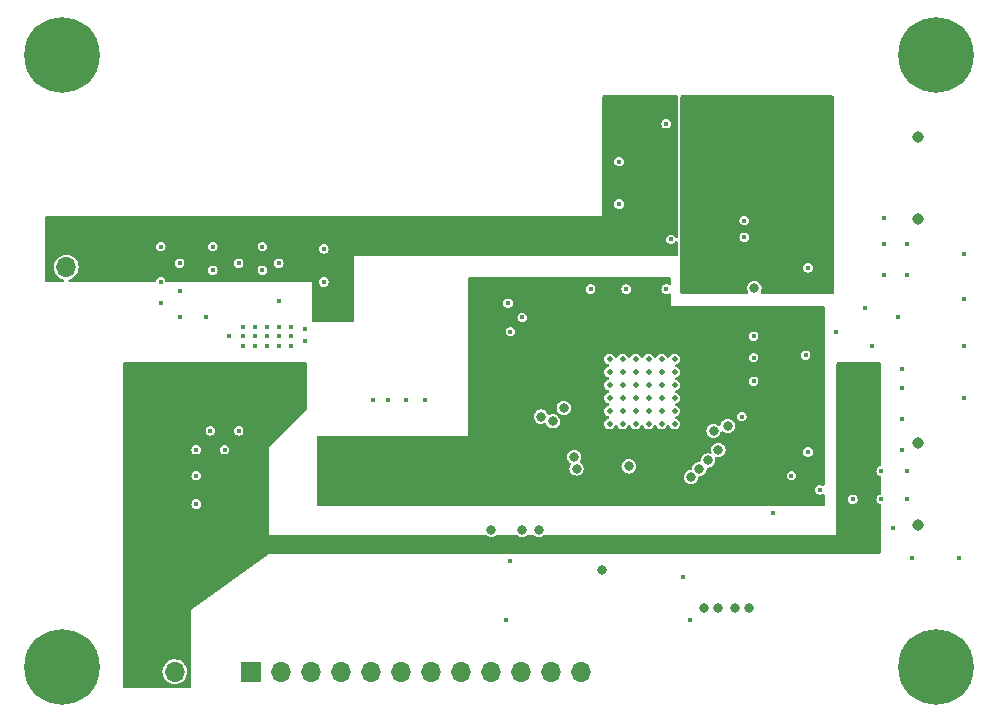
<source format=gbr>
%TF.GenerationSoftware,KiCad,Pcbnew,6.0.6-3a73a75311~116~ubuntu20.04.1*%
%TF.CreationDate,2022-09-22T11:08:13+01:00*%
%TF.ProjectId,UFOMothership,55464f4d-6f74-4686-9572-736869702e6b,rev?*%
%TF.SameCoordinates,Original*%
%TF.FileFunction,Copper,L3,Inr*%
%TF.FilePolarity,Positive*%
%FSLAX46Y46*%
G04 Gerber Fmt 4.6, Leading zero omitted, Abs format (unit mm)*
G04 Created by KiCad (PCBNEW 6.0.6-3a73a75311~116~ubuntu20.04.1) date 2022-09-22 11:08:13*
%MOMM*%
%LPD*%
G01*
G04 APERTURE LIST*
%TA.AperFunction,ComponentPad*%
%ADD10C,0.800000*%
%TD*%
%TA.AperFunction,ComponentPad*%
%ADD11C,6.400000*%
%TD*%
%TA.AperFunction,ComponentPad*%
%ADD12R,1.700000X1.700000*%
%TD*%
%TA.AperFunction,ComponentPad*%
%ADD13O,1.700000X1.700000*%
%TD*%
%TA.AperFunction,ComponentPad*%
%ADD14C,0.970000*%
%TD*%
%TA.AperFunction,ComponentPad*%
%ADD15C,0.500000*%
%TD*%
%TA.AperFunction,ViaPad*%
%ADD16C,0.800000*%
%TD*%
%TA.AperFunction,ViaPad*%
%ADD17C,0.400000*%
%TD*%
G04 APERTURE END LIST*
D10*
%TO.N,N/C*%
%TO.C,REF\u002A\u002A*%
X206200000Y-110600000D03*
D11*
X206200000Y-108200000D03*
D10*
X207897056Y-106502944D03*
X204502944Y-106502944D03*
X207897056Y-109897056D03*
X204502944Y-109897056D03*
X203800000Y-108200000D03*
X206200000Y-105800000D03*
X208600000Y-108200000D03*
%TD*%
D11*
%TO.N,N/C*%
%TO.C,REF\u002A\u002A*%
X206200000Y-56400000D03*
D10*
X207897056Y-54702944D03*
X204502944Y-58097056D03*
X207897056Y-58097056D03*
X208600000Y-56400000D03*
X206200000Y-58800000D03*
X206200000Y-54000000D03*
X204502944Y-54702944D03*
X203800000Y-56400000D03*
%TD*%
D12*
%TO.N,+5V*%
%TO.C,J6*%
X139260000Y-108600000D03*
D13*
%TO.N,GND*%
X141800000Y-108600000D03*
%TD*%
D14*
%TO.N,GND*%
%TO.C,J4*%
X204680000Y-70292500D03*
X204680000Y-63307500D03*
%TD*%
D10*
%TO.N,N/C*%
%TO.C,REF\u002A\u002A*%
X130502944Y-106502944D03*
X130502944Y-109897056D03*
X134600000Y-108200000D03*
X133897056Y-106502944D03*
X132200000Y-105800000D03*
X133897056Y-109897056D03*
D11*
X132200000Y-108200000D03*
D10*
X132200000Y-110600000D03*
X129800000Y-108200000D03*
%TD*%
D15*
%TO.N,GND*%
%TO.C,U3*%
X180800000Y-86512500D03*
X184100000Y-85412500D03*
X179700000Y-82112500D03*
X178600000Y-82112500D03*
X184100000Y-86512500D03*
X183000000Y-82112500D03*
X180800000Y-87612500D03*
X184100000Y-82112500D03*
X183000000Y-87612500D03*
X184100000Y-84312500D03*
X183000000Y-85412500D03*
X184100000Y-87612500D03*
X178600000Y-85412500D03*
X178600000Y-86512500D03*
X178600000Y-83212500D03*
X179700000Y-84312500D03*
X181900000Y-87612500D03*
X181900000Y-86512500D03*
X179700000Y-86512500D03*
X180800000Y-83212500D03*
X181900000Y-83212500D03*
X178600000Y-87612500D03*
X180800000Y-84312500D03*
X181900000Y-85412500D03*
X180800000Y-82112500D03*
X180800000Y-85412500D03*
X179700000Y-83212500D03*
X181900000Y-84312500D03*
X179700000Y-87612500D03*
X179700000Y-85412500D03*
X183000000Y-86512500D03*
X183000000Y-83212500D03*
X184100000Y-83212500D03*
X181900000Y-82112500D03*
X183000000Y-84312500D03*
X178600000Y-84312500D03*
%TD*%
D12*
%TO.N,/GPIO0*%
%TO.C,J2*%
X148280000Y-108600000D03*
D13*
%TO.N,/GPIO1*%
X150820000Y-108600000D03*
%TO.N,/GPIO2*%
X153360000Y-108600000D03*
%TO.N,/GPIO3*%
X155900000Y-108600000D03*
%TO.N,/GPIO4*%
X158440000Y-108600000D03*
%TO.N,/GPIO5*%
X160980000Y-108600000D03*
%TO.N,/GPIO6*%
X163520000Y-108600000D03*
%TO.N,/GPIO7*%
X166060000Y-108600000D03*
%TO.N,/SCL*%
X168600000Y-108600000D03*
%TO.N,/SDA*%
X171140000Y-108600000D03*
%TO.N,/TRIGGER_IN*%
X173680000Y-108600000D03*
%TO.N,GND*%
X176220000Y-108600000D03*
%TD*%
D10*
%TO.N,N/C*%
%TO.C,REF\u002A\u002A*%
X130502944Y-54702944D03*
X132200000Y-58800000D03*
X134600000Y-56400000D03*
X133897056Y-58097056D03*
D11*
X132200000Y-56400000D03*
D10*
X133897056Y-54702944D03*
X132200000Y-54000000D03*
X129800000Y-56400000D03*
X130502944Y-58097056D03*
%TD*%
D12*
%TO.N,+VDC*%
%TO.C,J1*%
X132600000Y-71800000D03*
D13*
%TO.N,GND*%
X132600000Y-74340000D03*
%TD*%
D15*
%TO.N,/BIAS*%
%TO.C,U9*%
X184825000Y-70340000D03*
X185975000Y-68460000D03*
X184825000Y-68460000D03*
X184825000Y-69400000D03*
X185975000Y-70340000D03*
X185975000Y-69400000D03*
%TD*%
D14*
%TO.N,GND*%
%TO.C,J3*%
X204680000Y-96200000D03*
X204680000Y-89215000D03*
%TD*%
D15*
%TO.N,/BIAS*%
%TO.C,U8*%
X185974999Y-63910001D03*
X185974999Y-64850001D03*
X184824999Y-65790001D03*
X185974999Y-65790001D03*
X184824999Y-64850001D03*
X184824999Y-63910001D03*
%TD*%
D16*
%TO.N,GND*%
X178000000Y-100000000D03*
%TO.N,+3.3V*%
X172600000Y-96600000D03*
D17*
%TO.N,Net-(C3-Pad2)*%
X150600000Y-77200000D03*
X150600000Y-74000000D03*
%TO.N,GND*%
X150600000Y-80200000D03*
X202600000Y-96400000D03*
X177000000Y-76200000D03*
X185400000Y-104200000D03*
X201800000Y-75000000D03*
X142200000Y-78600000D03*
X203800000Y-72400000D03*
X203400000Y-89800000D03*
X189800000Y-87000000D03*
X208600000Y-77000000D03*
X195400000Y-90000000D03*
X200800000Y-81000000D03*
X142200000Y-74000000D03*
X159800000Y-85600000D03*
X183400000Y-76200000D03*
X201600000Y-94000000D03*
X203400000Y-83000000D03*
X142200000Y-76400000D03*
X194000000Y-92000000D03*
X203000000Y-78600000D03*
X208600000Y-73200000D03*
X149200000Y-72600000D03*
X170000000Y-77400000D03*
X204200000Y-99000000D03*
X148600000Y-80200000D03*
X149600000Y-79400000D03*
X146400000Y-80200000D03*
X148600000Y-79400000D03*
X149200000Y-74600000D03*
X203800000Y-91600000D03*
X184800000Y-100600000D03*
X161400000Y-85600000D03*
X151600000Y-80200000D03*
X195200000Y-81800000D03*
X147200000Y-88200000D03*
X143600000Y-94400000D03*
X179400000Y-65400000D03*
X151600000Y-81000000D03*
X171200000Y-78600000D03*
X180000000Y-76200000D03*
X140600000Y-75600000D03*
X190800000Y-80200000D03*
X154400000Y-72800000D03*
X208200000Y-99000000D03*
X147600000Y-80200000D03*
X149600000Y-81000000D03*
X190000000Y-70400000D03*
X201800000Y-70200000D03*
X203800000Y-94000000D03*
X192400000Y-95200000D03*
X149600000Y-80200000D03*
X147600000Y-79400000D03*
X163000000Y-85600000D03*
X143600000Y-92000000D03*
X208600000Y-85400000D03*
X196400000Y-93200000D03*
X201600000Y-91600000D03*
X150600000Y-79400000D03*
X145000000Y-74600000D03*
X190000000Y-71800000D03*
X195400000Y-74400000D03*
X203400000Y-84600000D03*
X154400000Y-75600000D03*
X145000000Y-72600000D03*
X140600000Y-77400000D03*
X179400000Y-69000000D03*
X150600000Y-81000000D03*
X144800000Y-88200000D03*
X190800000Y-84000000D03*
X152800000Y-79600000D03*
X147200000Y-74000000D03*
X140600000Y-72600000D03*
X183400000Y-62200000D03*
X147600000Y-81000000D03*
X144400000Y-78600000D03*
X146000000Y-89800000D03*
X200200000Y-77800000D03*
X201800000Y-72400000D03*
X208600000Y-81000000D03*
X203400000Y-87200000D03*
X170200000Y-79800000D03*
X148600000Y-81000000D03*
X203800000Y-75000000D03*
X158600000Y-85600000D03*
X152800000Y-80600000D03*
X190800000Y-82000000D03*
X183800000Y-72000000D03*
X197800000Y-79800000D03*
X199200000Y-94000000D03*
X143600000Y-89800000D03*
X151600000Y-79400000D03*
%TO.N,+VDC*%
X156600000Y-77600000D03*
X156600000Y-78800000D03*
X155600000Y-77600000D03*
X155600000Y-78800000D03*
D16*
X190862501Y-76137499D03*
D17*
X182600000Y-73000000D03*
D16*
%TO.N,+5V*%
X152200000Y-83000000D03*
X147600000Y-83000000D03*
X140400000Y-83000000D03*
X142000000Y-83000000D03*
D17*
X149400000Y-96400000D03*
X146800000Y-96400000D03*
D16*
X149600000Y-83000000D03*
X145200000Y-83000000D03*
X143600000Y-83000000D03*
D17*
X200000000Y-83200000D03*
X146000000Y-95600000D03*
X148200000Y-96400000D03*
D16*
%TO.N,/SCL*%
X168600000Y-96574001D03*
X172800000Y-87000000D03*
%TO.N,/SDA*%
X173800000Y-87400000D03*
X171200000Y-96574001D03*
X174713357Y-86264160D03*
D17*
%TO.N,+3.3V*%
X175000000Y-85000000D03*
X157400000Y-92200000D03*
X167000000Y-89400000D03*
X182600000Y-79000000D03*
X175200000Y-81600000D03*
X179100000Y-78900000D03*
X187087500Y-82112500D03*
X167400000Y-84400000D03*
X172600000Y-94200000D03*
X167000000Y-87800000D03*
X157400000Y-89000000D03*
X170200000Y-99200000D03*
X181400000Y-93000000D03*
X157400000Y-90600000D03*
X175200000Y-78800000D03*
X172675000Y-76925000D03*
X157400000Y-93800000D03*
X169800000Y-104200000D03*
D16*
%TO.N,TDI*%
X189200000Y-103200000D03*
X186912299Y-90712299D03*
%TO.N,TMS*%
X185498789Y-92125809D03*
X186600000Y-103200000D03*
%TO.N,/GPIO0*%
X175600000Y-90400000D03*
X187400000Y-88200000D03*
%TO.N,/GPIO1*%
X175800000Y-91400000D03*
X188600000Y-87800000D03*
%TO.N,Net-(R5-Pad2)*%
X180211829Y-91212770D03*
%TO.N,TCK*%
X187800000Y-103200000D03*
X186205544Y-91419054D03*
D17*
%TO.N,/BIAS*%
X193800000Y-64000000D03*
X188200000Y-62600000D03*
X197200000Y-71000000D03*
X196000000Y-64000000D03*
X193600000Y-75800000D03*
X196200000Y-69400000D03*
X197200000Y-75800000D03*
X196000000Y-60600000D03*
X186200000Y-60600000D03*
X187600000Y-72000000D03*
X192600000Y-70400000D03*
X185800000Y-75800000D03*
X193800000Y-69400000D03*
X188000000Y-70200000D03*
X193800000Y-66600000D03*
X192600000Y-60600000D03*
X189200000Y-60600000D03*
X190800000Y-63600000D03*
D16*
%TO.N,TDO*%
X190400000Y-103200000D03*
X187812299Y-89812299D03*
%TD*%
%TA.AperFunction,Conductor*%
%TO.N,+3.3V*%
G36*
X183742121Y-75220002D02*
G01*
X183788614Y-75273658D01*
X183800000Y-75326000D01*
X183800000Y-75748705D01*
X183779998Y-75816826D01*
X183726342Y-75863319D01*
X183656068Y-75873423D01*
X183616797Y-75860972D01*
X183572383Y-75838342D01*
X183525304Y-75814354D01*
X183515515Y-75812804D01*
X183515513Y-75812803D01*
X183409793Y-75796059D01*
X183400000Y-75794508D01*
X183390207Y-75796059D01*
X183284487Y-75812803D01*
X183284485Y-75812804D01*
X183274696Y-75814354D01*
X183161658Y-75871950D01*
X183071950Y-75961658D01*
X183014354Y-76074696D01*
X183012804Y-76084485D01*
X183012803Y-76084487D01*
X183004407Y-76137499D01*
X182994508Y-76200000D01*
X183014354Y-76325304D01*
X183071950Y-76438342D01*
X183161658Y-76528050D01*
X183274696Y-76585646D01*
X183284485Y-76587196D01*
X183284487Y-76587197D01*
X183390207Y-76603941D01*
X183400000Y-76605492D01*
X183409793Y-76603941D01*
X183515513Y-76587197D01*
X183515515Y-76587196D01*
X183525304Y-76585646D01*
X183616796Y-76539028D01*
X183686574Y-76525924D01*
X183752359Y-76552624D01*
X183793265Y-76610652D01*
X183800000Y-76651295D01*
X183800000Y-77600000D01*
X196674000Y-77600000D01*
X196742121Y-77620002D01*
X196788614Y-77673658D01*
X196800000Y-77726000D01*
X196800000Y-92748705D01*
X196779998Y-92816826D01*
X196726342Y-92863319D01*
X196656068Y-92873423D01*
X196616797Y-92860972D01*
X196584020Y-92844271D01*
X196525304Y-92814354D01*
X196515515Y-92812804D01*
X196515513Y-92812803D01*
X196409793Y-92796059D01*
X196400000Y-92794508D01*
X196390207Y-92796059D01*
X196284487Y-92812803D01*
X196284485Y-92812804D01*
X196274696Y-92814354D01*
X196161658Y-92871950D01*
X196071950Y-92961658D01*
X196014354Y-93074696D01*
X195994508Y-93200000D01*
X196014354Y-93325304D01*
X196071950Y-93438342D01*
X196161658Y-93528050D01*
X196274696Y-93585646D01*
X196284485Y-93587196D01*
X196284487Y-93587197D01*
X196390207Y-93603941D01*
X196400000Y-93605492D01*
X196409793Y-93603941D01*
X196515513Y-93587197D01*
X196515515Y-93587196D01*
X196525304Y-93585646D01*
X196616796Y-93539028D01*
X196686574Y-93525924D01*
X196752359Y-93552624D01*
X196793265Y-93610652D01*
X196800000Y-93651295D01*
X196800000Y-94474000D01*
X196779998Y-94542121D01*
X196726342Y-94588614D01*
X196674000Y-94600000D01*
X153926000Y-94600000D01*
X153857879Y-94579998D01*
X153811386Y-94526342D01*
X153800000Y-94474000D01*
X153800000Y-92125809D01*
X184893107Y-92125809D01*
X184913745Y-92282571D01*
X184974253Y-92428650D01*
X185070507Y-92554091D01*
X185195948Y-92650345D01*
X185342027Y-92710853D01*
X185498789Y-92731491D01*
X185506977Y-92730413D01*
X185647363Y-92711931D01*
X185655551Y-92710853D01*
X185801630Y-92650345D01*
X185927071Y-92554091D01*
X186023325Y-92428650D01*
X186083833Y-92282571D01*
X186103610Y-92132351D01*
X186132333Y-92067423D01*
X186191598Y-92028332D01*
X186212086Y-92023875D01*
X186350274Y-92005682D01*
X186362306Y-92004098D01*
X186372200Y-92000000D01*
X193594508Y-92000000D01*
X193596059Y-92009793D01*
X193605187Y-92067423D01*
X193614354Y-92125304D01*
X193671950Y-92238342D01*
X193761658Y-92328050D01*
X193874696Y-92385646D01*
X193884485Y-92387196D01*
X193884487Y-92387197D01*
X193990207Y-92403941D01*
X194000000Y-92405492D01*
X194009793Y-92403941D01*
X194115513Y-92387197D01*
X194115515Y-92387196D01*
X194125304Y-92385646D01*
X194238342Y-92328050D01*
X194328050Y-92238342D01*
X194385646Y-92125304D01*
X194394814Y-92067423D01*
X194403941Y-92009793D01*
X194405492Y-92000000D01*
X194396558Y-91943590D01*
X194387197Y-91884487D01*
X194387196Y-91884485D01*
X194385646Y-91874696D01*
X194328050Y-91761658D01*
X194238342Y-91671950D01*
X194125304Y-91614354D01*
X194115515Y-91612804D01*
X194115513Y-91612803D01*
X194009793Y-91596059D01*
X194000000Y-91594508D01*
X193990207Y-91596059D01*
X193884487Y-91612803D01*
X193884485Y-91612804D01*
X193874696Y-91614354D01*
X193761658Y-91671950D01*
X193671950Y-91761658D01*
X193614354Y-91874696D01*
X193612804Y-91884485D01*
X193612803Y-91884487D01*
X193603442Y-91943590D01*
X193594508Y-92000000D01*
X186372200Y-92000000D01*
X186415935Y-91981884D01*
X186508385Y-91943590D01*
X186633826Y-91847336D01*
X186646670Y-91830598D01*
X186699569Y-91761658D01*
X186730080Y-91721895D01*
X186790588Y-91575816D01*
X186799519Y-91507981D01*
X186810365Y-91425596D01*
X186839088Y-91360668D01*
X186898353Y-91321577D01*
X186918841Y-91317120D01*
X187028697Y-91302657D01*
X187069061Y-91297343D01*
X187215140Y-91236835D01*
X187340581Y-91140581D01*
X187353425Y-91123843D01*
X187373900Y-91097159D01*
X187436835Y-91015140D01*
X187497343Y-90869061D01*
X187517981Y-90712299D01*
X187497343Y-90555537D01*
X187494406Y-90548447D01*
X187496091Y-90477739D01*
X187535886Y-90418944D01*
X187601151Y-90390998D01*
X187648373Y-90394375D01*
X187655537Y-90397343D01*
X187663721Y-90398420D01*
X187663723Y-90398421D01*
X187804111Y-90416903D01*
X187812299Y-90417981D01*
X187820487Y-90416903D01*
X187960873Y-90398421D01*
X187969061Y-90397343D01*
X188115140Y-90336835D01*
X188204381Y-90268358D01*
X188234035Y-90245604D01*
X188240581Y-90240581D01*
X188336835Y-90115140D01*
X188384528Y-90000000D01*
X194994508Y-90000000D01*
X194996059Y-90009793D01*
X195011536Y-90107510D01*
X195014354Y-90125304D01*
X195071950Y-90238342D01*
X195161658Y-90328050D01*
X195274696Y-90385646D01*
X195284485Y-90387196D01*
X195284487Y-90387197D01*
X195390207Y-90403941D01*
X195400000Y-90405492D01*
X195409793Y-90403941D01*
X195515513Y-90387197D01*
X195515515Y-90387196D01*
X195525304Y-90385646D01*
X195638342Y-90328050D01*
X195728050Y-90238342D01*
X195785646Y-90125304D01*
X195788465Y-90107510D01*
X195803941Y-90009793D01*
X195805492Y-90000000D01*
X195785646Y-89874696D01*
X195728050Y-89761658D01*
X195638342Y-89671950D01*
X195525304Y-89614354D01*
X195515515Y-89612804D01*
X195515513Y-89612803D01*
X195409793Y-89596059D01*
X195400000Y-89594508D01*
X195390207Y-89596059D01*
X195284487Y-89612803D01*
X195284485Y-89612804D01*
X195274696Y-89614354D01*
X195161658Y-89671950D01*
X195071950Y-89761658D01*
X195014354Y-89874696D01*
X194994508Y-90000000D01*
X188384528Y-90000000D01*
X188397343Y-89969061D01*
X188417981Y-89812299D01*
X188397343Y-89655537D01*
X188336835Y-89509458D01*
X188240581Y-89384017D01*
X188115140Y-89287763D01*
X187969061Y-89227255D01*
X187812299Y-89206617D01*
X187655537Y-89227255D01*
X187509458Y-89287763D01*
X187384017Y-89384017D01*
X187287763Y-89509458D01*
X187227255Y-89655537D01*
X187206617Y-89812299D01*
X187207695Y-89820487D01*
X187215595Y-89880491D01*
X187227255Y-89969061D01*
X187230192Y-89976151D01*
X187228507Y-90046859D01*
X187188712Y-90105654D01*
X187123447Y-90133600D01*
X187076225Y-90130223D01*
X187069061Y-90127255D01*
X187060877Y-90126178D01*
X187060875Y-90126177D01*
X186920487Y-90107695D01*
X186912299Y-90106617D01*
X186755537Y-90127255D01*
X186609458Y-90187763D01*
X186484017Y-90284017D01*
X186387763Y-90409458D01*
X186327255Y-90555537D01*
X186326177Y-90563726D01*
X186307478Y-90705757D01*
X186278755Y-90770685D01*
X186219490Y-90809776D01*
X186199002Y-90814233D01*
X186094804Y-90827951D01*
X186048782Y-90834010D01*
X185902703Y-90894518D01*
X185777262Y-90990772D01*
X185772239Y-90997318D01*
X185758564Y-91015140D01*
X185681008Y-91116213D01*
X185620500Y-91262292D01*
X185615744Y-91298421D01*
X185600723Y-91412512D01*
X185572000Y-91477440D01*
X185512735Y-91516531D01*
X185492247Y-91520988D01*
X185388049Y-91534706D01*
X185342027Y-91540765D01*
X185195948Y-91601273D01*
X185070507Y-91697527D01*
X185065484Y-91704073D01*
X185051809Y-91721895D01*
X184974253Y-91822968D01*
X184913745Y-91969047D01*
X184893107Y-92125809D01*
X153800000Y-92125809D01*
X153800000Y-90400000D01*
X174994318Y-90400000D01*
X175014956Y-90556762D01*
X175075464Y-90702841D01*
X175171718Y-90828282D01*
X175178264Y-90833305D01*
X175266911Y-90901326D01*
X175308778Y-90958664D01*
X175313000Y-91029535D01*
X175290171Y-91077991D01*
X175280493Y-91090604D01*
X175280491Y-91090608D01*
X175275464Y-91097159D01*
X175214956Y-91243238D01*
X175213878Y-91251426D01*
X175211369Y-91270481D01*
X175194318Y-91400000D01*
X175197688Y-91425596D01*
X175209660Y-91516531D01*
X175214956Y-91556762D01*
X175275464Y-91702841D01*
X175371718Y-91828282D01*
X175497159Y-91924536D01*
X175643238Y-91985044D01*
X175800000Y-92005682D01*
X175808188Y-92004604D01*
X175812032Y-92004098D01*
X175956762Y-91985044D01*
X176102841Y-91924536D01*
X176228282Y-91828282D01*
X176324536Y-91702841D01*
X176385044Y-91556762D01*
X176390341Y-91516531D01*
X176402312Y-91425596D01*
X176405682Y-91400000D01*
X176388631Y-91270481D01*
X176386122Y-91251426D01*
X176385044Y-91243238D01*
X176372424Y-91212770D01*
X179606147Y-91212770D01*
X179626785Y-91369532D01*
X179687293Y-91515611D01*
X179783547Y-91641052D01*
X179908988Y-91737306D01*
X180055067Y-91797814D01*
X180211829Y-91818452D01*
X180220017Y-91817374D01*
X180360403Y-91798892D01*
X180368591Y-91797814D01*
X180514670Y-91737306D01*
X180640111Y-91641052D01*
X180736365Y-91515611D01*
X180796873Y-91369532D01*
X180817511Y-91212770D01*
X180796873Y-91056008D01*
X180736365Y-90909929D01*
X180640111Y-90784488D01*
X180514670Y-90688234D01*
X180368591Y-90627726D01*
X180211829Y-90607088D01*
X180055067Y-90627726D01*
X179908988Y-90688234D01*
X179783547Y-90784488D01*
X179687293Y-90909929D01*
X179626785Y-91056008D01*
X179606147Y-91212770D01*
X176372424Y-91212770D01*
X176324536Y-91097159D01*
X176228282Y-90971718D01*
X176133089Y-90898674D01*
X176091222Y-90841336D01*
X176087000Y-90770465D01*
X176109829Y-90722009D01*
X176119507Y-90709396D01*
X176119509Y-90709392D01*
X176124536Y-90702841D01*
X176185044Y-90556762D01*
X176205682Y-90400000D01*
X176185044Y-90243238D01*
X176124536Y-90097159D01*
X176056059Y-90007918D01*
X176033305Y-89978264D01*
X176028282Y-89971718D01*
X176014149Y-89960873D01*
X175909392Y-89880491D01*
X175902841Y-89875464D01*
X175756762Y-89814956D01*
X175600000Y-89794318D01*
X175443238Y-89814956D01*
X175297159Y-89875464D01*
X175290608Y-89880491D01*
X175185852Y-89960873D01*
X175171718Y-89971718D01*
X175166695Y-89978264D01*
X175143941Y-90007918D01*
X175075464Y-90097159D01*
X175014956Y-90243238D01*
X174994318Y-90400000D01*
X153800000Y-90400000D01*
X153800000Y-88726000D01*
X153820002Y-88657879D01*
X153873658Y-88611386D01*
X153926000Y-88600000D01*
X166600000Y-88600000D01*
X166600000Y-88200000D01*
X186794318Y-88200000D01*
X186814956Y-88356762D01*
X186875464Y-88502841D01*
X186880491Y-88509392D01*
X186950017Y-88600000D01*
X186971718Y-88628282D01*
X187097159Y-88724536D01*
X187243238Y-88785044D01*
X187400000Y-88805682D01*
X187408188Y-88804604D01*
X187548574Y-88786122D01*
X187556762Y-88785044D01*
X187702841Y-88724536D01*
X187828282Y-88628282D01*
X187849984Y-88600000D01*
X187919509Y-88509392D01*
X187924536Y-88502841D01*
X187985044Y-88356762D01*
X187989048Y-88326346D01*
X188017769Y-88261419D01*
X188077034Y-88222326D01*
X188148025Y-88221481D01*
X188190673Y-88242828D01*
X188290604Y-88319507D01*
X188290608Y-88319509D01*
X188297159Y-88324536D01*
X188443238Y-88385044D01*
X188600000Y-88405682D01*
X188608188Y-88404604D01*
X188748574Y-88386122D01*
X188756762Y-88385044D01*
X188902841Y-88324536D01*
X189028282Y-88228282D01*
X189049984Y-88200000D01*
X189119509Y-88109392D01*
X189124536Y-88102841D01*
X189185044Y-87956762D01*
X189205682Y-87800000D01*
X189185044Y-87643238D01*
X189124536Y-87497159D01*
X189053008Y-87403941D01*
X189033305Y-87378264D01*
X189028282Y-87371718D01*
X188902841Y-87275464D01*
X188756762Y-87214956D01*
X188600000Y-87194318D01*
X188443238Y-87214956D01*
X188297159Y-87275464D01*
X188171718Y-87371718D01*
X188166695Y-87378264D01*
X188146992Y-87403941D01*
X188075464Y-87497159D01*
X188014956Y-87643238D01*
X188011130Y-87672304D01*
X188010952Y-87673653D01*
X187982231Y-87738581D01*
X187922966Y-87777674D01*
X187851975Y-87778519D01*
X187809327Y-87757172D01*
X187709396Y-87680493D01*
X187709392Y-87680491D01*
X187702841Y-87675464D01*
X187556762Y-87614956D01*
X187400000Y-87594318D01*
X187243238Y-87614956D01*
X187097159Y-87675464D01*
X186971718Y-87771718D01*
X186966695Y-87778264D01*
X186943941Y-87807918D01*
X186875464Y-87897159D01*
X186814956Y-88043238D01*
X186794318Y-88200000D01*
X166600000Y-88200000D01*
X166600000Y-87000000D01*
X172194318Y-87000000D01*
X172214956Y-87156762D01*
X172275464Y-87302841D01*
X172324461Y-87366695D01*
X172350017Y-87400000D01*
X172371718Y-87428282D01*
X172497159Y-87524536D01*
X172643238Y-87585044D01*
X172800000Y-87605682D01*
X172808188Y-87604604D01*
X172948574Y-87586122D01*
X172956762Y-87585044D01*
X172964389Y-87581885D01*
X172964392Y-87581884D01*
X173070735Y-87537835D01*
X173141325Y-87530246D01*
X173204812Y-87562025D01*
X173235362Y-87606025D01*
X173275464Y-87702841D01*
X173315303Y-87754760D01*
X173350017Y-87800000D01*
X173371718Y-87828282D01*
X173497159Y-87924536D01*
X173643238Y-87985044D01*
X173800000Y-88005682D01*
X173808188Y-88004604D01*
X173948574Y-87986122D01*
X173956762Y-87985044D01*
X174102841Y-87924536D01*
X174228282Y-87828282D01*
X174249984Y-87800000D01*
X174284697Y-87754760D01*
X174324536Y-87702841D01*
X174364260Y-87606940D01*
X178144901Y-87606940D01*
X178146065Y-87615842D01*
X178146065Y-87615845D01*
X178160468Y-87725989D01*
X178160469Y-87725993D01*
X178161633Y-87734894D01*
X178213605Y-87853010D01*
X178296639Y-87951791D01*
X178404060Y-88023296D01*
X178527233Y-88061778D01*
X178536203Y-88061942D01*
X178536207Y-88061943D01*
X178594942Y-88063019D01*
X178656255Y-88064143D01*
X178732933Y-88043238D01*
X178772092Y-88032562D01*
X178772093Y-88032562D01*
X178780755Y-88030200D01*
X178788405Y-88025503D01*
X178788407Y-88025502D01*
X178883072Y-87967378D01*
X178883075Y-87967375D01*
X178890724Y-87962679D01*
X178896750Y-87956022D01*
X178971300Y-87873661D01*
X178971303Y-87873657D01*
X178977322Y-87867007D01*
X179033588Y-87750875D01*
X179034149Y-87751147D01*
X179070161Y-87697886D01*
X179135413Y-87669909D01*
X179205432Y-87681651D01*
X179257988Y-87729384D01*
X179265750Y-87744251D01*
X179313605Y-87853010D01*
X179396639Y-87951791D01*
X179504060Y-88023296D01*
X179627233Y-88061778D01*
X179636203Y-88061942D01*
X179636207Y-88061943D01*
X179694942Y-88063019D01*
X179756255Y-88064143D01*
X179832933Y-88043238D01*
X179872092Y-88032562D01*
X179872093Y-88032562D01*
X179880755Y-88030200D01*
X179888405Y-88025503D01*
X179888407Y-88025502D01*
X179983072Y-87967378D01*
X179983075Y-87967375D01*
X179990724Y-87962679D01*
X179996750Y-87956022D01*
X180071300Y-87873661D01*
X180071303Y-87873657D01*
X180077322Y-87867007D01*
X180133588Y-87750875D01*
X180134149Y-87751147D01*
X180170161Y-87697886D01*
X180235413Y-87669909D01*
X180305432Y-87681651D01*
X180357988Y-87729384D01*
X180365750Y-87744251D01*
X180413605Y-87853010D01*
X180496639Y-87951791D01*
X180604060Y-88023296D01*
X180727233Y-88061778D01*
X180736203Y-88061942D01*
X180736207Y-88061943D01*
X180794942Y-88063019D01*
X180856255Y-88064143D01*
X180932933Y-88043238D01*
X180972092Y-88032562D01*
X180972093Y-88032562D01*
X180980755Y-88030200D01*
X180988405Y-88025503D01*
X180988407Y-88025502D01*
X181083072Y-87967378D01*
X181083075Y-87967375D01*
X181090724Y-87962679D01*
X181096750Y-87956022D01*
X181171300Y-87873661D01*
X181171303Y-87873657D01*
X181177322Y-87867007D01*
X181233588Y-87750875D01*
X181234149Y-87751147D01*
X181270161Y-87697886D01*
X181335413Y-87669909D01*
X181405432Y-87681651D01*
X181457988Y-87729384D01*
X181465750Y-87744251D01*
X181513605Y-87853010D01*
X181596639Y-87951791D01*
X181704060Y-88023296D01*
X181827233Y-88061778D01*
X181836203Y-88061942D01*
X181836207Y-88061943D01*
X181894942Y-88063019D01*
X181956255Y-88064143D01*
X182032933Y-88043238D01*
X182072092Y-88032562D01*
X182072093Y-88032562D01*
X182080755Y-88030200D01*
X182088405Y-88025503D01*
X182088407Y-88025502D01*
X182183072Y-87967378D01*
X182183075Y-87967375D01*
X182190724Y-87962679D01*
X182196750Y-87956022D01*
X182271300Y-87873661D01*
X182271303Y-87873657D01*
X182277322Y-87867007D01*
X182333588Y-87750875D01*
X182334149Y-87751147D01*
X182370161Y-87697886D01*
X182435413Y-87669909D01*
X182505432Y-87681651D01*
X182557988Y-87729384D01*
X182565750Y-87744251D01*
X182613605Y-87853010D01*
X182696639Y-87951791D01*
X182804060Y-88023296D01*
X182927233Y-88061778D01*
X182936203Y-88061942D01*
X182936207Y-88061943D01*
X182994942Y-88063019D01*
X183056255Y-88064143D01*
X183132933Y-88043238D01*
X183172092Y-88032562D01*
X183172093Y-88032562D01*
X183180755Y-88030200D01*
X183188405Y-88025503D01*
X183188407Y-88025502D01*
X183283072Y-87967378D01*
X183283075Y-87967375D01*
X183290724Y-87962679D01*
X183296750Y-87956022D01*
X183371300Y-87873661D01*
X183371303Y-87873657D01*
X183377322Y-87867007D01*
X183433588Y-87750875D01*
X183434149Y-87751147D01*
X183470161Y-87697886D01*
X183535413Y-87669909D01*
X183605432Y-87681651D01*
X183657988Y-87729384D01*
X183665750Y-87744251D01*
X183713605Y-87853010D01*
X183796639Y-87951791D01*
X183904060Y-88023296D01*
X184027233Y-88061778D01*
X184036203Y-88061942D01*
X184036207Y-88061943D01*
X184094942Y-88063019D01*
X184156255Y-88064143D01*
X184232933Y-88043238D01*
X184272092Y-88032562D01*
X184272093Y-88032562D01*
X184280755Y-88030200D01*
X184288405Y-88025503D01*
X184288407Y-88025502D01*
X184383072Y-87967378D01*
X184383075Y-87967375D01*
X184390724Y-87962679D01*
X184396750Y-87956022D01*
X184471300Y-87873661D01*
X184471303Y-87873657D01*
X184477322Y-87867007D01*
X184533588Y-87750875D01*
X184535657Y-87738581D01*
X184554190Y-87628417D01*
X184554997Y-87623620D01*
X184555133Y-87612500D01*
X184538615Y-87497159D01*
X184538112Y-87493645D01*
X184538111Y-87493642D01*
X184536839Y-87484759D01*
X184520743Y-87449357D01*
X184487145Y-87375462D01*
X184487143Y-87375459D01*
X184483428Y-87367288D01*
X184421323Y-87295211D01*
X184405051Y-87276326D01*
X184405049Y-87276324D01*
X184399193Y-87269528D01*
X184290906Y-87199341D01*
X184237668Y-87183419D01*
X184178135Y-87144736D01*
X184148966Y-87080008D01*
X184159422Y-87009786D01*
X184167988Y-87000000D01*
X189394508Y-87000000D01*
X189414354Y-87125304D01*
X189471950Y-87238342D01*
X189561658Y-87328050D01*
X189674696Y-87385646D01*
X189684485Y-87387196D01*
X189684487Y-87387197D01*
X189790207Y-87403941D01*
X189800000Y-87405492D01*
X189809793Y-87403941D01*
X189915513Y-87387197D01*
X189915515Y-87387196D01*
X189925304Y-87385646D01*
X190038342Y-87328050D01*
X190128050Y-87238342D01*
X190185646Y-87125304D01*
X190205492Y-87000000D01*
X190196326Y-86942126D01*
X190187197Y-86884487D01*
X190187196Y-86884485D01*
X190185646Y-86874696D01*
X190128050Y-86761658D01*
X190038342Y-86671950D01*
X189925304Y-86614354D01*
X189915515Y-86612804D01*
X189915513Y-86612803D01*
X189809793Y-86596059D01*
X189800000Y-86594508D01*
X189790207Y-86596059D01*
X189684487Y-86612803D01*
X189684485Y-86612804D01*
X189674696Y-86614354D01*
X189561658Y-86671950D01*
X189471950Y-86761658D01*
X189414354Y-86874696D01*
X189412804Y-86884485D01*
X189412803Y-86884487D01*
X189403674Y-86942126D01*
X189394508Y-87000000D01*
X184167988Y-87000000D01*
X184206183Y-86956364D01*
X184240630Y-86941139D01*
X184280755Y-86930200D01*
X184288405Y-86925503D01*
X184288407Y-86925502D01*
X184383072Y-86867378D01*
X184383075Y-86867375D01*
X184390724Y-86862679D01*
X184396750Y-86856022D01*
X184471300Y-86773661D01*
X184471303Y-86773657D01*
X184477322Y-86767007D01*
X184533588Y-86650875D01*
X184547210Y-86569909D01*
X184554190Y-86528417D01*
X184554997Y-86523620D01*
X184555133Y-86512500D01*
X184541009Y-86413878D01*
X184538112Y-86393645D01*
X184538111Y-86393642D01*
X184536839Y-86384759D01*
X184483428Y-86267288D01*
X184399193Y-86169528D01*
X184290906Y-86099341D01*
X184237668Y-86083419D01*
X184178135Y-86044736D01*
X184148966Y-85980008D01*
X184159422Y-85909786D01*
X184206183Y-85856364D01*
X184240630Y-85841139D01*
X184280755Y-85830200D01*
X184288405Y-85825503D01*
X184288407Y-85825502D01*
X184383072Y-85767378D01*
X184383075Y-85767375D01*
X184390724Y-85762679D01*
X184396750Y-85756022D01*
X184471300Y-85673661D01*
X184471303Y-85673657D01*
X184477322Y-85667007D01*
X184533588Y-85550875D01*
X184547210Y-85469909D01*
X184554190Y-85428417D01*
X184554997Y-85423620D01*
X184555133Y-85412500D01*
X184542592Y-85324928D01*
X184538112Y-85293645D01*
X184538111Y-85293642D01*
X184536839Y-85284759D01*
X184504828Y-85214354D01*
X184487145Y-85175462D01*
X184487143Y-85175459D01*
X184483428Y-85167288D01*
X184399193Y-85069528D01*
X184290906Y-84999341D01*
X184237668Y-84983419D01*
X184178135Y-84944736D01*
X184148966Y-84880008D01*
X184159422Y-84809786D01*
X184206183Y-84756364D01*
X184240630Y-84741139D01*
X184280755Y-84730200D01*
X184288405Y-84725503D01*
X184288407Y-84725502D01*
X184383072Y-84667378D01*
X184383075Y-84667375D01*
X184390724Y-84662679D01*
X184396750Y-84656022D01*
X184471300Y-84573661D01*
X184471303Y-84573657D01*
X184477322Y-84567007D01*
X184533588Y-84450875D01*
X184547210Y-84369909D01*
X184554190Y-84328417D01*
X184554997Y-84323620D01*
X184555133Y-84312500D01*
X184542592Y-84224928D01*
X184538112Y-84193645D01*
X184538111Y-84193642D01*
X184536839Y-84184759D01*
X184530724Y-84171309D01*
X184487145Y-84075462D01*
X184487143Y-84075459D01*
X184483428Y-84067288D01*
X184457625Y-84037342D01*
X184425450Y-84000000D01*
X190394508Y-84000000D01*
X190396059Y-84009793D01*
X190406460Y-84075460D01*
X190414354Y-84125304D01*
X190471950Y-84238342D01*
X190561658Y-84328050D01*
X190674696Y-84385646D01*
X190684485Y-84387196D01*
X190684487Y-84387197D01*
X190790207Y-84403941D01*
X190800000Y-84405492D01*
X190809793Y-84403941D01*
X190915513Y-84387197D01*
X190915515Y-84387196D01*
X190925304Y-84385646D01*
X191038342Y-84328050D01*
X191128050Y-84238342D01*
X191185646Y-84125304D01*
X191193541Y-84075460D01*
X191203941Y-84009793D01*
X191205492Y-84000000D01*
X191203941Y-83990207D01*
X191187197Y-83884487D01*
X191187196Y-83884485D01*
X191185646Y-83874696D01*
X191128050Y-83761658D01*
X191038342Y-83671950D01*
X190925304Y-83614354D01*
X190915515Y-83612804D01*
X190915513Y-83612803D01*
X190809793Y-83596059D01*
X190800000Y-83594508D01*
X190790207Y-83596059D01*
X190684487Y-83612803D01*
X190684485Y-83612804D01*
X190674696Y-83614354D01*
X190561658Y-83671950D01*
X190471950Y-83761658D01*
X190414354Y-83874696D01*
X190412804Y-83884485D01*
X190412803Y-83884487D01*
X190396059Y-83990207D01*
X190394508Y-84000000D01*
X184425450Y-84000000D01*
X184405051Y-83976326D01*
X184405049Y-83976324D01*
X184399193Y-83969528D01*
X184290906Y-83899341D01*
X184237668Y-83883419D01*
X184178135Y-83844736D01*
X184148966Y-83780008D01*
X184159422Y-83709786D01*
X184206183Y-83656364D01*
X184240630Y-83641139D01*
X184280755Y-83630200D01*
X184288405Y-83625503D01*
X184288407Y-83625502D01*
X184383072Y-83567378D01*
X184383075Y-83567375D01*
X184390724Y-83562679D01*
X184396750Y-83556022D01*
X184471300Y-83473661D01*
X184471303Y-83473657D01*
X184477322Y-83467007D01*
X184533588Y-83350875D01*
X184547210Y-83269909D01*
X184554190Y-83228417D01*
X184554997Y-83223620D01*
X184555133Y-83212500D01*
X184542592Y-83124928D01*
X184538112Y-83093645D01*
X184538111Y-83093642D01*
X184536839Y-83084759D01*
X184483428Y-82967288D01*
X184399193Y-82869528D01*
X184290906Y-82799341D01*
X184237668Y-82783419D01*
X184178135Y-82744736D01*
X184148966Y-82680008D01*
X184159422Y-82609786D01*
X184206183Y-82556364D01*
X184240630Y-82541139D01*
X184280755Y-82530200D01*
X184288405Y-82525503D01*
X184288407Y-82525502D01*
X184383072Y-82467378D01*
X184383075Y-82467375D01*
X184390724Y-82462679D01*
X184396750Y-82456022D01*
X184471300Y-82373661D01*
X184471303Y-82373657D01*
X184477322Y-82367007D01*
X184533588Y-82250875D01*
X184547210Y-82169909D01*
X184554190Y-82128417D01*
X184554997Y-82123620D01*
X184555133Y-82112500D01*
X184539022Y-82000000D01*
X190394508Y-82000000D01*
X190414354Y-82125304D01*
X190471950Y-82238342D01*
X190561658Y-82328050D01*
X190674696Y-82385646D01*
X190684485Y-82387196D01*
X190684487Y-82387197D01*
X190790207Y-82403941D01*
X190800000Y-82405492D01*
X190809793Y-82403941D01*
X190915513Y-82387197D01*
X190915515Y-82387196D01*
X190925304Y-82385646D01*
X191038342Y-82328050D01*
X191128050Y-82238342D01*
X191185646Y-82125304D01*
X191205492Y-82000000D01*
X191200948Y-81971309D01*
X191187197Y-81884487D01*
X191187196Y-81884485D01*
X191185646Y-81874696D01*
X191147586Y-81800000D01*
X194794508Y-81800000D01*
X194796059Y-81809793D01*
X194806460Y-81875460D01*
X194814354Y-81925304D01*
X194871950Y-82038342D01*
X194961658Y-82128050D01*
X195074696Y-82185646D01*
X195084485Y-82187196D01*
X195084487Y-82187197D01*
X195190207Y-82203941D01*
X195200000Y-82205492D01*
X195209793Y-82203941D01*
X195315513Y-82187197D01*
X195315515Y-82187196D01*
X195325304Y-82185646D01*
X195438342Y-82128050D01*
X195528050Y-82038342D01*
X195585646Y-81925304D01*
X195593541Y-81875460D01*
X195603941Y-81809793D01*
X195605492Y-81800000D01*
X195603941Y-81790207D01*
X195587197Y-81684487D01*
X195587196Y-81684485D01*
X195585646Y-81674696D01*
X195528050Y-81561658D01*
X195438342Y-81471950D01*
X195325304Y-81414354D01*
X195315515Y-81412804D01*
X195315513Y-81412803D01*
X195209793Y-81396059D01*
X195200000Y-81394508D01*
X195190207Y-81396059D01*
X195084487Y-81412803D01*
X195084485Y-81412804D01*
X195074696Y-81414354D01*
X194961658Y-81471950D01*
X194871950Y-81561658D01*
X194814354Y-81674696D01*
X194812804Y-81684485D01*
X194812803Y-81684487D01*
X194796059Y-81790207D01*
X194794508Y-81800000D01*
X191147586Y-81800000D01*
X191128050Y-81761658D01*
X191038342Y-81671950D01*
X190925304Y-81614354D01*
X190915515Y-81612804D01*
X190915513Y-81612803D01*
X190809793Y-81596059D01*
X190800000Y-81594508D01*
X190790207Y-81596059D01*
X190684487Y-81612803D01*
X190684485Y-81612804D01*
X190674696Y-81614354D01*
X190561658Y-81671950D01*
X190471950Y-81761658D01*
X190414354Y-81874696D01*
X190412804Y-81884485D01*
X190412803Y-81884487D01*
X190399052Y-81971309D01*
X190394508Y-82000000D01*
X184539022Y-82000000D01*
X184538112Y-81993645D01*
X184538111Y-81993642D01*
X184536839Y-81984759D01*
X184530724Y-81971309D01*
X184487145Y-81875462D01*
X184487143Y-81875459D01*
X184483428Y-81867288D01*
X184457625Y-81837342D01*
X184405051Y-81776326D01*
X184405049Y-81776324D01*
X184399193Y-81769528D01*
X184290906Y-81699341D01*
X184282311Y-81696771D01*
X184282310Y-81696770D01*
X184175874Y-81664938D01*
X184175872Y-81664938D01*
X184167273Y-81662366D01*
X184158298Y-81662311D01*
X184158297Y-81662311D01*
X184103641Y-81661977D01*
X184038231Y-81661578D01*
X184001940Y-81671950D01*
X183922786Y-81694572D01*
X183922784Y-81694573D01*
X183914155Y-81697039D01*
X183805019Y-81765899D01*
X183719596Y-81862622D01*
X183715782Y-81870745D01*
X183715781Y-81870747D01*
X183709330Y-81884487D01*
X183664754Y-81979432D01*
X183662053Y-81978164D01*
X183631264Y-82024928D01*
X183566361Y-82053706D01*
X183496203Y-82042827D01*
X183443064Y-81995744D01*
X183435107Y-81980950D01*
X183433125Y-81976590D01*
X183383428Y-81867288D01*
X183357625Y-81837342D01*
X183305051Y-81776326D01*
X183305049Y-81776324D01*
X183299193Y-81769528D01*
X183190906Y-81699341D01*
X183182311Y-81696771D01*
X183182310Y-81696770D01*
X183075874Y-81664938D01*
X183075872Y-81664938D01*
X183067273Y-81662366D01*
X183058298Y-81662311D01*
X183058297Y-81662311D01*
X183003641Y-81661977D01*
X182938231Y-81661578D01*
X182901940Y-81671950D01*
X182822786Y-81694572D01*
X182822784Y-81694573D01*
X182814155Y-81697039D01*
X182705019Y-81765899D01*
X182619596Y-81862622D01*
X182615782Y-81870745D01*
X182615781Y-81870747D01*
X182609330Y-81884487D01*
X182564754Y-81979432D01*
X182562053Y-81978164D01*
X182531264Y-82024928D01*
X182466361Y-82053706D01*
X182396203Y-82042827D01*
X182343064Y-81995744D01*
X182335107Y-81980950D01*
X182333125Y-81976590D01*
X182283428Y-81867288D01*
X182257625Y-81837342D01*
X182205051Y-81776326D01*
X182205049Y-81776324D01*
X182199193Y-81769528D01*
X182090906Y-81699341D01*
X182082311Y-81696771D01*
X182082310Y-81696770D01*
X181975874Y-81664938D01*
X181975872Y-81664938D01*
X181967273Y-81662366D01*
X181958298Y-81662311D01*
X181958297Y-81662311D01*
X181903641Y-81661977D01*
X181838231Y-81661578D01*
X181801940Y-81671950D01*
X181722786Y-81694572D01*
X181722784Y-81694573D01*
X181714155Y-81697039D01*
X181605019Y-81765899D01*
X181519596Y-81862622D01*
X181515782Y-81870745D01*
X181515781Y-81870747D01*
X181509330Y-81884487D01*
X181464754Y-81979432D01*
X181462053Y-81978164D01*
X181431264Y-82024928D01*
X181366361Y-82053706D01*
X181296203Y-82042827D01*
X181243064Y-81995744D01*
X181235107Y-81980950D01*
X181233125Y-81976590D01*
X181183428Y-81867288D01*
X181157625Y-81837342D01*
X181105051Y-81776326D01*
X181105049Y-81776324D01*
X181099193Y-81769528D01*
X180990906Y-81699341D01*
X180982311Y-81696771D01*
X180982310Y-81696770D01*
X180875874Y-81664938D01*
X180875872Y-81664938D01*
X180867273Y-81662366D01*
X180858298Y-81662311D01*
X180858297Y-81662311D01*
X180803641Y-81661977D01*
X180738231Y-81661578D01*
X180701940Y-81671950D01*
X180622786Y-81694572D01*
X180622784Y-81694573D01*
X180614155Y-81697039D01*
X180505019Y-81765899D01*
X180419596Y-81862622D01*
X180415782Y-81870745D01*
X180415781Y-81870747D01*
X180409330Y-81884487D01*
X180364754Y-81979432D01*
X180362053Y-81978164D01*
X180331264Y-82024928D01*
X180266361Y-82053706D01*
X180196203Y-82042827D01*
X180143064Y-81995744D01*
X180135107Y-81980950D01*
X180133125Y-81976590D01*
X180083428Y-81867288D01*
X180057625Y-81837342D01*
X180005051Y-81776326D01*
X180005049Y-81776324D01*
X179999193Y-81769528D01*
X179890906Y-81699341D01*
X179882311Y-81696771D01*
X179882310Y-81696770D01*
X179775874Y-81664938D01*
X179775872Y-81664938D01*
X179767273Y-81662366D01*
X179758298Y-81662311D01*
X179758297Y-81662311D01*
X179703641Y-81661977D01*
X179638231Y-81661578D01*
X179601940Y-81671950D01*
X179522786Y-81694572D01*
X179522784Y-81694573D01*
X179514155Y-81697039D01*
X179405019Y-81765899D01*
X179319596Y-81862622D01*
X179315782Y-81870745D01*
X179315781Y-81870747D01*
X179309330Y-81884487D01*
X179264754Y-81979432D01*
X179262053Y-81978164D01*
X179231264Y-82024928D01*
X179166361Y-82053706D01*
X179096203Y-82042827D01*
X179043064Y-81995744D01*
X179035107Y-81980950D01*
X179033125Y-81976590D01*
X178983428Y-81867288D01*
X178957625Y-81837342D01*
X178905051Y-81776326D01*
X178905049Y-81776324D01*
X178899193Y-81769528D01*
X178790906Y-81699341D01*
X178782311Y-81696771D01*
X178782310Y-81696770D01*
X178675874Y-81664938D01*
X178675872Y-81664938D01*
X178667273Y-81662366D01*
X178658298Y-81662311D01*
X178658297Y-81662311D01*
X178603641Y-81661977D01*
X178538231Y-81661578D01*
X178501940Y-81671950D01*
X178422786Y-81694572D01*
X178422784Y-81694573D01*
X178414155Y-81697039D01*
X178305019Y-81765899D01*
X178219596Y-81862622D01*
X178215782Y-81870745D01*
X178215781Y-81870747D01*
X178209330Y-81884487D01*
X178164754Y-81979432D01*
X178161552Y-82000000D01*
X178146282Y-82098067D01*
X178146282Y-82098071D01*
X178144901Y-82106940D01*
X178146065Y-82115842D01*
X178146065Y-82115845D01*
X178160468Y-82225989D01*
X178160469Y-82225993D01*
X178161633Y-82234894D01*
X178170374Y-82254760D01*
X178199538Y-82321039D01*
X178213605Y-82353010D01*
X178296639Y-82451791D01*
X178404060Y-82523296D01*
X178412627Y-82525973D01*
X178412628Y-82525973D01*
X178464331Y-82542126D01*
X178523387Y-82581532D01*
X178551764Y-82646611D01*
X178540451Y-82716701D01*
X178493042Y-82769548D01*
X178461380Y-82783542D01*
X178422788Y-82794571D01*
X178422784Y-82794573D01*
X178414155Y-82797039D01*
X178305019Y-82865899D01*
X178219596Y-82962622D01*
X178215782Y-82970745D01*
X178215781Y-82970747D01*
X178189794Y-83026098D01*
X178164754Y-83079432D01*
X178157670Y-83124928D01*
X178146282Y-83198067D01*
X178146282Y-83198071D01*
X178144901Y-83206940D01*
X178146065Y-83215842D01*
X178146065Y-83215845D01*
X178160468Y-83325989D01*
X178160469Y-83325993D01*
X178161633Y-83334894D01*
X178213605Y-83453010D01*
X178296639Y-83551791D01*
X178304116Y-83556768D01*
X178390627Y-83614354D01*
X178404060Y-83623296D01*
X178412627Y-83625973D01*
X178412628Y-83625973D01*
X178464331Y-83642126D01*
X178523387Y-83681532D01*
X178551764Y-83746611D01*
X178540451Y-83816701D01*
X178493042Y-83869548D01*
X178461380Y-83883542D01*
X178422788Y-83894571D01*
X178422784Y-83894573D01*
X178414155Y-83897039D01*
X178305019Y-83965899D01*
X178219596Y-84062622D01*
X178215782Y-84070745D01*
X178215781Y-84070747D01*
X178194764Y-84115513D01*
X178164754Y-84179432D01*
X178157670Y-84224928D01*
X178146282Y-84298067D01*
X178146282Y-84298071D01*
X178144901Y-84306940D01*
X178146065Y-84315842D01*
X178146065Y-84315845D01*
X178160468Y-84425989D01*
X178160469Y-84425993D01*
X178161633Y-84434894D01*
X178213605Y-84553010D01*
X178296639Y-84651791D01*
X178404060Y-84723296D01*
X178412627Y-84725973D01*
X178412628Y-84725973D01*
X178464331Y-84742126D01*
X178523387Y-84781532D01*
X178551764Y-84846611D01*
X178540451Y-84916701D01*
X178493042Y-84969548D01*
X178461380Y-84983542D01*
X178422788Y-84994571D01*
X178422784Y-84994573D01*
X178414155Y-84997039D01*
X178305019Y-85065899D01*
X178219596Y-85162622D01*
X178215782Y-85170745D01*
X178215781Y-85170747D01*
X178195308Y-85214354D01*
X178164754Y-85279432D01*
X178157670Y-85324928D01*
X178146282Y-85398067D01*
X178146282Y-85398071D01*
X178144901Y-85406940D01*
X178146065Y-85415842D01*
X178146065Y-85415845D01*
X178160468Y-85525989D01*
X178160469Y-85525993D01*
X178161633Y-85534894D01*
X178213605Y-85653010D01*
X178219382Y-85659883D01*
X178219383Y-85659884D01*
X178290637Y-85744651D01*
X178296639Y-85751791D01*
X178404060Y-85823296D01*
X178412627Y-85825973D01*
X178412628Y-85825973D01*
X178464331Y-85842126D01*
X178523387Y-85881532D01*
X178551764Y-85946611D01*
X178540451Y-86016701D01*
X178493042Y-86069548D01*
X178461380Y-86083542D01*
X178422788Y-86094571D01*
X178422784Y-86094573D01*
X178414155Y-86097039D01*
X178305019Y-86165899D01*
X178219596Y-86262622D01*
X178215782Y-86270745D01*
X178215781Y-86270747D01*
X178189794Y-86326098D01*
X178164754Y-86379432D01*
X178159569Y-86412734D01*
X178146282Y-86498067D01*
X178146282Y-86498071D01*
X178144901Y-86506940D01*
X178146065Y-86515842D01*
X178146065Y-86515845D01*
X178160468Y-86625989D01*
X178160469Y-86625993D01*
X178161633Y-86634894D01*
X178213605Y-86753010D01*
X178219382Y-86759883D01*
X178219383Y-86759884D01*
X178285025Y-86837975D01*
X178296639Y-86851791D01*
X178404060Y-86923296D01*
X178412627Y-86925973D01*
X178412628Y-86925973D01*
X178464331Y-86942126D01*
X178523387Y-86981532D01*
X178551764Y-87046611D01*
X178540451Y-87116701D01*
X178493042Y-87169548D01*
X178461380Y-87183542D01*
X178422788Y-87194571D01*
X178422784Y-87194573D01*
X178414155Y-87197039D01*
X178406565Y-87201828D01*
X178353026Y-87235609D01*
X178305019Y-87265899D01*
X178219596Y-87362622D01*
X178215782Y-87370745D01*
X178215781Y-87370747D01*
X178212252Y-87378264D01*
X178164754Y-87479432D01*
X178161994Y-87497159D01*
X178146282Y-87598067D01*
X178146282Y-87598071D01*
X178144901Y-87606940D01*
X174364260Y-87606940D01*
X174385044Y-87556762D01*
X174405682Y-87400000D01*
X174385044Y-87243238D01*
X174324536Y-87097159D01*
X174256059Y-87007918D01*
X174233305Y-86978264D01*
X174228282Y-86971718D01*
X174102841Y-86875464D01*
X173956762Y-86814956D01*
X173800000Y-86794318D01*
X173643238Y-86814956D01*
X173635611Y-86818115D01*
X173635608Y-86818116D01*
X173529265Y-86862165D01*
X173458675Y-86869754D01*
X173395188Y-86837975D01*
X173364638Y-86793974D01*
X173362452Y-86788696D01*
X173324536Y-86697159D01*
X173228282Y-86571718D01*
X173102841Y-86475464D01*
X172956762Y-86414956D01*
X172800000Y-86394318D01*
X172643238Y-86414956D01*
X172497159Y-86475464D01*
X172371718Y-86571718D01*
X172275464Y-86697159D01*
X172214956Y-86843238D01*
X172194318Y-87000000D01*
X166600000Y-87000000D01*
X166600000Y-86264160D01*
X174107675Y-86264160D01*
X174128313Y-86420922D01*
X174188821Y-86567001D01*
X174285075Y-86692442D01*
X174410516Y-86788696D01*
X174556595Y-86849204D01*
X174713357Y-86869842D01*
X174721545Y-86868764D01*
X174743581Y-86865863D01*
X174870119Y-86849204D01*
X175016198Y-86788696D01*
X175141639Y-86692442D01*
X175237893Y-86567001D01*
X175298401Y-86420922D01*
X175319039Y-86264160D01*
X175308720Y-86185779D01*
X175299479Y-86115586D01*
X175298401Y-86107398D01*
X175237893Y-85961319D01*
X175141639Y-85835878D01*
X175016198Y-85739624D01*
X174870119Y-85679116D01*
X174713357Y-85658478D01*
X174556595Y-85679116D01*
X174410516Y-85739624D01*
X174285075Y-85835878D01*
X174188821Y-85961319D01*
X174128313Y-86107398D01*
X174127235Y-86115586D01*
X174117994Y-86185779D01*
X174107675Y-86264160D01*
X166600000Y-86264160D01*
X166600000Y-79800000D01*
X169794508Y-79800000D01*
X169796059Y-79809793D01*
X169805904Y-79871950D01*
X169814354Y-79925304D01*
X169871950Y-80038342D01*
X169961658Y-80128050D01*
X170074696Y-80185646D01*
X170084485Y-80187196D01*
X170084487Y-80187197D01*
X170190207Y-80203941D01*
X170200000Y-80205492D01*
X170209793Y-80203941D01*
X170234676Y-80200000D01*
X190394508Y-80200000D01*
X190414354Y-80325304D01*
X190471950Y-80438342D01*
X190561658Y-80528050D01*
X190674696Y-80585646D01*
X190684485Y-80587196D01*
X190684487Y-80587197D01*
X190790207Y-80603941D01*
X190800000Y-80605492D01*
X190809793Y-80603941D01*
X190915513Y-80587197D01*
X190915515Y-80587196D01*
X190925304Y-80585646D01*
X191038342Y-80528050D01*
X191128050Y-80438342D01*
X191185646Y-80325304D01*
X191205492Y-80200000D01*
X191194809Y-80132550D01*
X191187197Y-80084487D01*
X191187196Y-80084485D01*
X191185646Y-80074696D01*
X191128050Y-79961658D01*
X191038342Y-79871950D01*
X190925304Y-79814354D01*
X190915515Y-79812804D01*
X190915513Y-79812803D01*
X190809793Y-79796059D01*
X190800000Y-79794508D01*
X190790207Y-79796059D01*
X190684487Y-79812803D01*
X190684485Y-79812804D01*
X190674696Y-79814354D01*
X190561658Y-79871950D01*
X190471950Y-79961658D01*
X190414354Y-80074696D01*
X190412804Y-80084485D01*
X190412803Y-80084487D01*
X190405191Y-80132550D01*
X190394508Y-80200000D01*
X170234676Y-80200000D01*
X170315513Y-80187197D01*
X170315515Y-80187196D01*
X170325304Y-80185646D01*
X170438342Y-80128050D01*
X170528050Y-80038342D01*
X170585646Y-79925304D01*
X170594097Y-79871950D01*
X170603941Y-79809793D01*
X170605492Y-79800000D01*
X170585646Y-79674696D01*
X170528050Y-79561658D01*
X170438342Y-79471950D01*
X170325304Y-79414354D01*
X170315515Y-79412804D01*
X170315513Y-79412803D01*
X170209793Y-79396059D01*
X170200000Y-79394508D01*
X170190207Y-79396059D01*
X170084487Y-79412803D01*
X170084485Y-79412804D01*
X170074696Y-79414354D01*
X169961658Y-79471950D01*
X169871950Y-79561658D01*
X169814354Y-79674696D01*
X169794508Y-79800000D01*
X166600000Y-79800000D01*
X166600000Y-78600000D01*
X170794508Y-78600000D01*
X170796059Y-78609793D01*
X170806339Y-78674696D01*
X170814354Y-78725304D01*
X170871950Y-78838342D01*
X170961658Y-78928050D01*
X171074696Y-78985646D01*
X171084485Y-78987196D01*
X171084487Y-78987197D01*
X171190207Y-79003941D01*
X171200000Y-79005492D01*
X171209793Y-79003941D01*
X171315513Y-78987197D01*
X171315515Y-78987196D01*
X171325304Y-78985646D01*
X171438342Y-78928050D01*
X171528050Y-78838342D01*
X171585646Y-78725304D01*
X171593662Y-78674696D01*
X171603941Y-78609793D01*
X171605492Y-78600000D01*
X171585646Y-78474696D01*
X171528050Y-78361658D01*
X171438342Y-78271950D01*
X171325304Y-78214354D01*
X171315515Y-78212804D01*
X171315513Y-78212803D01*
X171209793Y-78196059D01*
X171200000Y-78194508D01*
X171190207Y-78196059D01*
X171084487Y-78212803D01*
X171084485Y-78212804D01*
X171074696Y-78214354D01*
X170961658Y-78271950D01*
X170871950Y-78361658D01*
X170814354Y-78474696D01*
X170794508Y-78600000D01*
X166600000Y-78600000D01*
X166600000Y-77400000D01*
X169594508Y-77400000D01*
X169596059Y-77409793D01*
X169606339Y-77474696D01*
X169614354Y-77525304D01*
X169671950Y-77638342D01*
X169761658Y-77728050D01*
X169874696Y-77785646D01*
X169884485Y-77787196D01*
X169884487Y-77787197D01*
X169990207Y-77803941D01*
X170000000Y-77805492D01*
X170009793Y-77803941D01*
X170115513Y-77787197D01*
X170115515Y-77787196D01*
X170125304Y-77785646D01*
X170238342Y-77728050D01*
X170328050Y-77638342D01*
X170385646Y-77525304D01*
X170393662Y-77474696D01*
X170403941Y-77409793D01*
X170405492Y-77400000D01*
X170385646Y-77274696D01*
X170328050Y-77161658D01*
X170238342Y-77071950D01*
X170125304Y-77014354D01*
X170115515Y-77012804D01*
X170115513Y-77012803D01*
X170009793Y-76996059D01*
X170000000Y-76994508D01*
X169990207Y-76996059D01*
X169884487Y-77012803D01*
X169884485Y-77012804D01*
X169874696Y-77014354D01*
X169761658Y-77071950D01*
X169671950Y-77161658D01*
X169614354Y-77274696D01*
X169594508Y-77400000D01*
X166600000Y-77400000D01*
X166600000Y-76200000D01*
X176594508Y-76200000D01*
X176614354Y-76325304D01*
X176671950Y-76438342D01*
X176761658Y-76528050D01*
X176874696Y-76585646D01*
X176884485Y-76587196D01*
X176884487Y-76587197D01*
X176990207Y-76603941D01*
X177000000Y-76605492D01*
X177009793Y-76603941D01*
X177115513Y-76587197D01*
X177115515Y-76587196D01*
X177125304Y-76585646D01*
X177238342Y-76528050D01*
X177328050Y-76438342D01*
X177385646Y-76325304D01*
X177405492Y-76200000D01*
X179594508Y-76200000D01*
X179614354Y-76325304D01*
X179671950Y-76438342D01*
X179761658Y-76528050D01*
X179874696Y-76585646D01*
X179884485Y-76587196D01*
X179884487Y-76587197D01*
X179990207Y-76603941D01*
X180000000Y-76605492D01*
X180009793Y-76603941D01*
X180115513Y-76587197D01*
X180115515Y-76587196D01*
X180125304Y-76585646D01*
X180238342Y-76528050D01*
X180328050Y-76438342D01*
X180385646Y-76325304D01*
X180405492Y-76200000D01*
X180395593Y-76137499D01*
X180387197Y-76084487D01*
X180387196Y-76084485D01*
X180385646Y-76074696D01*
X180328050Y-75961658D01*
X180238342Y-75871950D01*
X180125304Y-75814354D01*
X180115515Y-75812804D01*
X180115513Y-75812803D01*
X180009793Y-75796059D01*
X180000000Y-75794508D01*
X179990207Y-75796059D01*
X179884487Y-75812803D01*
X179884485Y-75812804D01*
X179874696Y-75814354D01*
X179761658Y-75871950D01*
X179671950Y-75961658D01*
X179614354Y-76074696D01*
X179612804Y-76084485D01*
X179612803Y-76084487D01*
X179604407Y-76137499D01*
X179594508Y-76200000D01*
X177405492Y-76200000D01*
X177395593Y-76137499D01*
X177387197Y-76084487D01*
X177387196Y-76084485D01*
X177385646Y-76074696D01*
X177328050Y-75961658D01*
X177238342Y-75871950D01*
X177125304Y-75814354D01*
X177115515Y-75812804D01*
X177115513Y-75812803D01*
X177009793Y-75796059D01*
X177000000Y-75794508D01*
X176990207Y-75796059D01*
X176884487Y-75812803D01*
X176884485Y-75812804D01*
X176874696Y-75814354D01*
X176761658Y-75871950D01*
X176671950Y-75961658D01*
X176614354Y-76074696D01*
X176612804Y-76084485D01*
X176612803Y-76084487D01*
X176604407Y-76137499D01*
X176594508Y-76200000D01*
X166600000Y-76200000D01*
X166600000Y-75326000D01*
X166620002Y-75257879D01*
X166673658Y-75211386D01*
X166726000Y-75200000D01*
X183674000Y-75200000D01*
X183742121Y-75220002D01*
G37*
%TD.AperFunction*%
%TD*%
%TA.AperFunction,Conductor*%
%TO.N,+VDC*%
G36*
X184342121Y-59820002D02*
G01*
X184388614Y-59873658D01*
X184400000Y-59926000D01*
X184400000Y-63728938D01*
X184394494Y-63765777D01*
X184393566Y-63768811D01*
X184389753Y-63776933D01*
X184388373Y-63785795D01*
X184388372Y-63785799D01*
X184371281Y-63895568D01*
X184371281Y-63895572D01*
X184369900Y-63904441D01*
X184371064Y-63913343D01*
X184371064Y-63913346D01*
X184385467Y-64023490D01*
X184385468Y-64023494D01*
X184386632Y-64032395D01*
X184390248Y-64040614D01*
X184392662Y-64049258D01*
X184391646Y-64049542D01*
X184400000Y-64089270D01*
X184400000Y-64668938D01*
X184394494Y-64705777D01*
X184393566Y-64708811D01*
X184389753Y-64716933D01*
X184388373Y-64725795D01*
X184388372Y-64725799D01*
X184371281Y-64835568D01*
X184371281Y-64835572D01*
X184369900Y-64844441D01*
X184371064Y-64853343D01*
X184371064Y-64853346D01*
X184385467Y-64963490D01*
X184385468Y-64963494D01*
X184386632Y-64972395D01*
X184390248Y-64980614D01*
X184392662Y-64989258D01*
X184391646Y-64989542D01*
X184400000Y-65029270D01*
X184400000Y-65608938D01*
X184394494Y-65645777D01*
X184393566Y-65648811D01*
X184389753Y-65656933D01*
X184388373Y-65665795D01*
X184388372Y-65665799D01*
X184371281Y-65775568D01*
X184371281Y-65775572D01*
X184369900Y-65784441D01*
X184371064Y-65793343D01*
X184371064Y-65793346D01*
X184385467Y-65903490D01*
X184385468Y-65903494D01*
X184386632Y-65912395D01*
X184390248Y-65920614D01*
X184392662Y-65929258D01*
X184391646Y-65929542D01*
X184400000Y-65969270D01*
X184400000Y-68278940D01*
X184394494Y-68315779D01*
X184393568Y-68318809D01*
X184389754Y-68326932D01*
X184388374Y-68335798D01*
X184371282Y-68445567D01*
X184371282Y-68445571D01*
X184369901Y-68454440D01*
X184371065Y-68463342D01*
X184371065Y-68463345D01*
X184385468Y-68573489D01*
X184385469Y-68573493D01*
X184386633Y-68582394D01*
X184390249Y-68590613D01*
X184392663Y-68599257D01*
X184391646Y-68599541D01*
X184400000Y-68639267D01*
X184400000Y-69218940D01*
X184394494Y-69255779D01*
X184393568Y-69258809D01*
X184389754Y-69266932D01*
X184388374Y-69275798D01*
X184371282Y-69385567D01*
X184371282Y-69385571D01*
X184369901Y-69394440D01*
X184371065Y-69403342D01*
X184371065Y-69403345D01*
X184385468Y-69513489D01*
X184385469Y-69513493D01*
X184386633Y-69522394D01*
X184390249Y-69530613D01*
X184392663Y-69539257D01*
X184391646Y-69539541D01*
X184400000Y-69579267D01*
X184400000Y-70158940D01*
X184394494Y-70195779D01*
X184393568Y-70198809D01*
X184389754Y-70206932D01*
X184388374Y-70215798D01*
X184371282Y-70325567D01*
X184371282Y-70325571D01*
X184369901Y-70334440D01*
X184371065Y-70343342D01*
X184371065Y-70343345D01*
X184385468Y-70453489D01*
X184385469Y-70453493D01*
X184386633Y-70462394D01*
X184390249Y-70470613D01*
X184392663Y-70479257D01*
X184391646Y-70479541D01*
X184400000Y-70519267D01*
X184400000Y-71770561D01*
X184379998Y-71838682D01*
X184326342Y-71885175D01*
X184256068Y-71895279D01*
X184191488Y-71865785D01*
X184161733Y-71827764D01*
X184132586Y-71770561D01*
X184128050Y-71761658D01*
X184038342Y-71671950D01*
X183925304Y-71614354D01*
X183915515Y-71612804D01*
X183915513Y-71612803D01*
X183809793Y-71596059D01*
X183800000Y-71594508D01*
X183790207Y-71596059D01*
X183684487Y-71612803D01*
X183684485Y-71612804D01*
X183674696Y-71614354D01*
X183561658Y-71671950D01*
X183471950Y-71761658D01*
X183414354Y-71874696D01*
X183394508Y-72000000D01*
X183414354Y-72125304D01*
X183471950Y-72238342D01*
X183561658Y-72328050D01*
X183674696Y-72385646D01*
X183684485Y-72387196D01*
X183684487Y-72387197D01*
X183790207Y-72403941D01*
X183800000Y-72405492D01*
X183809793Y-72403941D01*
X183915513Y-72387197D01*
X183915515Y-72387196D01*
X183925304Y-72385646D01*
X184038342Y-72328050D01*
X184128050Y-72238342D01*
X184161733Y-72172236D01*
X184210482Y-72120621D01*
X184279397Y-72103555D01*
X184346598Y-72126456D01*
X184390750Y-72182054D01*
X184400000Y-72229439D01*
X184400000Y-73274000D01*
X184379998Y-73342121D01*
X184326342Y-73388614D01*
X184274000Y-73400000D01*
X157000000Y-73400000D01*
X157000000Y-78874000D01*
X156979998Y-78942121D01*
X156926342Y-78988614D01*
X156874000Y-79000000D01*
X153526000Y-79000000D01*
X153457879Y-78979998D01*
X153411386Y-78926342D01*
X153400000Y-78874000D01*
X153400000Y-75600000D01*
X153994508Y-75600000D01*
X154014354Y-75725304D01*
X154071950Y-75838342D01*
X154161658Y-75928050D01*
X154274696Y-75985646D01*
X154284485Y-75987196D01*
X154284487Y-75987197D01*
X154390207Y-76003941D01*
X154400000Y-76005492D01*
X154409793Y-76003941D01*
X154515513Y-75987197D01*
X154515515Y-75987196D01*
X154525304Y-75985646D01*
X154638342Y-75928050D01*
X154728050Y-75838342D01*
X154785646Y-75725304D01*
X154805492Y-75600000D01*
X154785646Y-75474696D01*
X154728050Y-75361658D01*
X154638342Y-75271950D01*
X154525304Y-75214354D01*
X154515515Y-75212804D01*
X154515513Y-75212803D01*
X154409793Y-75196059D01*
X154400000Y-75194508D01*
X154390207Y-75196059D01*
X154284487Y-75212803D01*
X154284485Y-75212804D01*
X154274696Y-75214354D01*
X154161658Y-75271950D01*
X154071950Y-75361658D01*
X154014354Y-75474696D01*
X153994508Y-75600000D01*
X153400000Y-75600000D01*
X141113107Y-75600000D01*
X141044986Y-75579998D01*
X140998493Y-75526342D01*
X140988659Y-75493713D01*
X140987198Y-75484492D01*
X140987197Y-75484489D01*
X140985646Y-75474696D01*
X140928050Y-75361658D01*
X140838342Y-75271950D01*
X140725304Y-75214354D01*
X140715515Y-75212804D01*
X140715513Y-75212803D01*
X140609793Y-75196059D01*
X140600000Y-75194508D01*
X140590207Y-75196059D01*
X140484487Y-75212803D01*
X140484485Y-75212804D01*
X140474696Y-75214354D01*
X140361658Y-75271950D01*
X140271950Y-75361658D01*
X140214354Y-75474696D01*
X140212803Y-75484489D01*
X140212802Y-75484492D01*
X140211341Y-75493713D01*
X140180928Y-75557865D01*
X140120659Y-75595391D01*
X140086893Y-75600000D01*
X132913547Y-75600000D01*
X132845426Y-75579998D01*
X132798933Y-75526342D01*
X132788829Y-75456068D01*
X132818323Y-75391488D01*
X132879663Y-75352641D01*
X132975797Y-75325800D01*
X132975796Y-75325800D01*
X132981725Y-75324145D01*
X132987214Y-75321372D01*
X132987220Y-75321370D01*
X133160116Y-75234033D01*
X133165610Y-75231258D01*
X133189232Y-75212803D01*
X133323101Y-75108213D01*
X133327951Y-75104424D01*
X133462564Y-74948472D01*
X133483387Y-74911818D01*
X133521144Y-74845353D01*
X133564323Y-74769344D01*
X133620656Y-74600000D01*
X144594508Y-74600000D01*
X144614354Y-74725304D01*
X144671950Y-74838342D01*
X144761658Y-74928050D01*
X144874696Y-74985646D01*
X144884485Y-74987196D01*
X144884487Y-74987197D01*
X144990207Y-75003941D01*
X145000000Y-75005492D01*
X145009793Y-75003941D01*
X145115513Y-74987197D01*
X145115515Y-74987196D01*
X145125304Y-74985646D01*
X145238342Y-74928050D01*
X145328050Y-74838342D01*
X145385646Y-74725304D01*
X145405492Y-74600000D01*
X148794508Y-74600000D01*
X148814354Y-74725304D01*
X148871950Y-74838342D01*
X148961658Y-74928050D01*
X149074696Y-74985646D01*
X149084485Y-74987196D01*
X149084487Y-74987197D01*
X149190207Y-75003941D01*
X149200000Y-75005492D01*
X149209793Y-75003941D01*
X149315513Y-74987197D01*
X149315515Y-74987196D01*
X149325304Y-74985646D01*
X149438342Y-74928050D01*
X149528050Y-74838342D01*
X149585646Y-74725304D01*
X149605492Y-74600000D01*
X149585646Y-74474696D01*
X149528050Y-74361658D01*
X149438342Y-74271950D01*
X149325304Y-74214354D01*
X149315515Y-74212804D01*
X149315513Y-74212803D01*
X149209793Y-74196059D01*
X149200000Y-74194508D01*
X149190207Y-74196059D01*
X149084487Y-74212803D01*
X149084485Y-74212804D01*
X149074696Y-74214354D01*
X148961658Y-74271950D01*
X148871950Y-74361658D01*
X148814354Y-74474696D01*
X148794508Y-74600000D01*
X145405492Y-74600000D01*
X145385646Y-74474696D01*
X145328050Y-74361658D01*
X145238342Y-74271950D01*
X145125304Y-74214354D01*
X145115515Y-74212804D01*
X145115513Y-74212803D01*
X145009793Y-74196059D01*
X145000000Y-74194508D01*
X144990207Y-74196059D01*
X144884487Y-74212803D01*
X144884485Y-74212804D01*
X144874696Y-74214354D01*
X144761658Y-74271950D01*
X144671950Y-74361658D01*
X144614354Y-74474696D01*
X144594508Y-74600000D01*
X133620656Y-74600000D01*
X133629351Y-74573863D01*
X133655171Y-74369474D01*
X133655583Y-74340000D01*
X133635480Y-74134970D01*
X133594730Y-74000000D01*
X141794508Y-74000000D01*
X141814354Y-74125304D01*
X141871950Y-74238342D01*
X141961658Y-74328050D01*
X142074696Y-74385646D01*
X142084485Y-74387196D01*
X142084487Y-74387197D01*
X142190207Y-74403941D01*
X142200000Y-74405492D01*
X142209793Y-74403941D01*
X142315513Y-74387197D01*
X142315515Y-74387196D01*
X142325304Y-74385646D01*
X142438342Y-74328050D01*
X142528050Y-74238342D01*
X142585646Y-74125304D01*
X142605492Y-74000000D01*
X146794508Y-74000000D01*
X146814354Y-74125304D01*
X146871950Y-74238342D01*
X146961658Y-74328050D01*
X147074696Y-74385646D01*
X147084485Y-74387196D01*
X147084487Y-74387197D01*
X147190207Y-74403941D01*
X147200000Y-74405492D01*
X147209793Y-74403941D01*
X147315513Y-74387197D01*
X147315515Y-74387196D01*
X147325304Y-74385646D01*
X147438342Y-74328050D01*
X147528050Y-74238342D01*
X147585646Y-74125304D01*
X147605492Y-74000000D01*
X150194508Y-74000000D01*
X150214354Y-74125304D01*
X150271950Y-74238342D01*
X150361658Y-74328050D01*
X150474696Y-74385646D01*
X150484485Y-74387196D01*
X150484487Y-74387197D01*
X150590207Y-74403941D01*
X150600000Y-74405492D01*
X150609793Y-74403941D01*
X150715513Y-74387197D01*
X150715515Y-74387196D01*
X150725304Y-74385646D01*
X150838342Y-74328050D01*
X150928050Y-74238342D01*
X150985646Y-74125304D01*
X151005492Y-74000000D01*
X150985646Y-73874696D01*
X150928050Y-73761658D01*
X150838342Y-73671950D01*
X150725304Y-73614354D01*
X150715515Y-73612804D01*
X150715513Y-73612803D01*
X150609793Y-73596059D01*
X150600000Y-73594508D01*
X150590207Y-73596059D01*
X150484487Y-73612803D01*
X150484485Y-73612804D01*
X150474696Y-73614354D01*
X150361658Y-73671950D01*
X150271950Y-73761658D01*
X150214354Y-73874696D01*
X150194508Y-74000000D01*
X147605492Y-74000000D01*
X147585646Y-73874696D01*
X147528050Y-73761658D01*
X147438342Y-73671950D01*
X147325304Y-73614354D01*
X147315515Y-73612804D01*
X147315513Y-73612803D01*
X147209793Y-73596059D01*
X147200000Y-73594508D01*
X147190207Y-73596059D01*
X147084487Y-73612803D01*
X147084485Y-73612804D01*
X147074696Y-73614354D01*
X146961658Y-73671950D01*
X146871950Y-73761658D01*
X146814354Y-73874696D01*
X146794508Y-74000000D01*
X142605492Y-74000000D01*
X142585646Y-73874696D01*
X142528050Y-73761658D01*
X142438342Y-73671950D01*
X142325304Y-73614354D01*
X142315515Y-73612804D01*
X142315513Y-73612803D01*
X142209793Y-73596059D01*
X142200000Y-73594508D01*
X142190207Y-73596059D01*
X142084487Y-73612803D01*
X142084485Y-73612804D01*
X142074696Y-73614354D01*
X141961658Y-73671950D01*
X141871950Y-73761658D01*
X141814354Y-73874696D01*
X141794508Y-74000000D01*
X133594730Y-74000000D01*
X133575935Y-73937749D01*
X133479218Y-73755849D01*
X133367488Y-73618855D01*
X133352906Y-73600975D01*
X133352903Y-73600972D01*
X133349011Y-73596200D01*
X133331786Y-73581950D01*
X133195025Y-73468811D01*
X133195021Y-73468809D01*
X133190275Y-73464882D01*
X133009055Y-73366897D01*
X132812254Y-73305977D01*
X132806129Y-73305333D01*
X132806128Y-73305333D01*
X132613498Y-73285087D01*
X132613496Y-73285087D01*
X132607369Y-73284443D01*
X132520529Y-73292346D01*
X132408342Y-73302555D01*
X132408339Y-73302556D01*
X132402203Y-73303114D01*
X132204572Y-73361280D01*
X132022002Y-73456726D01*
X132017201Y-73460586D01*
X132017198Y-73460588D01*
X132006971Y-73468811D01*
X131861447Y-73585815D01*
X131729024Y-73743630D01*
X131726056Y-73749028D01*
X131726053Y-73749033D01*
X131661826Y-73865863D01*
X131629776Y-73924162D01*
X131567484Y-74120532D01*
X131566798Y-74126649D01*
X131566797Y-74126653D01*
X131550500Y-74271950D01*
X131544520Y-74325262D01*
X131561759Y-74530553D01*
X131618544Y-74728586D01*
X131621359Y-74734063D01*
X131621360Y-74734066D01*
X131678554Y-74845353D01*
X131712712Y-74911818D01*
X131840677Y-75073270D01*
X131997564Y-75206791D01*
X132177398Y-75307297D01*
X132183258Y-75309201D01*
X132321649Y-75354167D01*
X132380255Y-75394240D01*
X132407892Y-75459637D01*
X132395785Y-75529594D01*
X132347779Y-75581900D01*
X132282713Y-75600000D01*
X130926000Y-75600000D01*
X130857879Y-75579998D01*
X130811386Y-75526342D01*
X130800000Y-75474000D01*
X130800000Y-72600000D01*
X140194508Y-72600000D01*
X140196059Y-72609793D01*
X140206339Y-72674696D01*
X140214354Y-72725304D01*
X140271950Y-72838342D01*
X140361658Y-72928050D01*
X140474696Y-72985646D01*
X140484485Y-72987196D01*
X140484487Y-72987197D01*
X140590207Y-73003941D01*
X140600000Y-73005492D01*
X140609793Y-73003941D01*
X140715513Y-72987197D01*
X140715515Y-72987196D01*
X140725304Y-72985646D01*
X140838342Y-72928050D01*
X140928050Y-72838342D01*
X140985646Y-72725304D01*
X140993662Y-72674696D01*
X141003941Y-72609793D01*
X141005492Y-72600000D01*
X144594508Y-72600000D01*
X144596059Y-72609793D01*
X144606339Y-72674696D01*
X144614354Y-72725304D01*
X144671950Y-72838342D01*
X144761658Y-72928050D01*
X144874696Y-72985646D01*
X144884485Y-72987196D01*
X144884487Y-72987197D01*
X144990207Y-73003941D01*
X145000000Y-73005492D01*
X145009793Y-73003941D01*
X145115513Y-72987197D01*
X145115515Y-72987196D01*
X145125304Y-72985646D01*
X145238342Y-72928050D01*
X145328050Y-72838342D01*
X145385646Y-72725304D01*
X145393662Y-72674696D01*
X145403941Y-72609793D01*
X145405492Y-72600000D01*
X148794508Y-72600000D01*
X148796059Y-72609793D01*
X148806339Y-72674696D01*
X148814354Y-72725304D01*
X148871950Y-72838342D01*
X148961658Y-72928050D01*
X149074696Y-72985646D01*
X149084485Y-72987196D01*
X149084487Y-72987197D01*
X149190207Y-73003941D01*
X149200000Y-73005492D01*
X149209793Y-73003941D01*
X149315513Y-72987197D01*
X149315515Y-72987196D01*
X149325304Y-72985646D01*
X149438342Y-72928050D01*
X149528050Y-72838342D01*
X149547586Y-72800000D01*
X153994508Y-72800000D01*
X154014354Y-72925304D01*
X154071950Y-73038342D01*
X154161658Y-73128050D01*
X154274696Y-73185646D01*
X154284485Y-73187196D01*
X154284487Y-73187197D01*
X154390207Y-73203941D01*
X154400000Y-73205492D01*
X154409793Y-73203941D01*
X154515513Y-73187197D01*
X154515515Y-73187196D01*
X154525304Y-73185646D01*
X154638342Y-73128050D01*
X154728050Y-73038342D01*
X154785646Y-72925304D01*
X154805492Y-72800000D01*
X154803941Y-72790207D01*
X154787197Y-72684487D01*
X154787196Y-72684485D01*
X154785646Y-72674696D01*
X154728050Y-72561658D01*
X154638342Y-72471950D01*
X154525304Y-72414354D01*
X154515515Y-72412804D01*
X154515513Y-72412803D01*
X154409793Y-72396059D01*
X154400000Y-72394508D01*
X154390207Y-72396059D01*
X154284487Y-72412803D01*
X154284485Y-72412804D01*
X154274696Y-72414354D01*
X154161658Y-72471950D01*
X154071950Y-72561658D01*
X154014354Y-72674696D01*
X154012804Y-72684485D01*
X154012803Y-72684487D01*
X153996059Y-72790207D01*
X153994508Y-72800000D01*
X149547586Y-72800000D01*
X149585646Y-72725304D01*
X149593662Y-72674696D01*
X149603941Y-72609793D01*
X149605492Y-72600000D01*
X149585646Y-72474696D01*
X149528050Y-72361658D01*
X149438342Y-72271950D01*
X149325304Y-72214354D01*
X149315515Y-72212804D01*
X149315513Y-72212803D01*
X149209793Y-72196059D01*
X149200000Y-72194508D01*
X149190207Y-72196059D01*
X149084487Y-72212803D01*
X149084485Y-72212804D01*
X149074696Y-72214354D01*
X148961658Y-72271950D01*
X148871950Y-72361658D01*
X148814354Y-72474696D01*
X148794508Y-72600000D01*
X145405492Y-72600000D01*
X145385646Y-72474696D01*
X145328050Y-72361658D01*
X145238342Y-72271950D01*
X145125304Y-72214354D01*
X145115515Y-72212804D01*
X145115513Y-72212803D01*
X145009793Y-72196059D01*
X145000000Y-72194508D01*
X144990207Y-72196059D01*
X144884487Y-72212803D01*
X144884485Y-72212804D01*
X144874696Y-72214354D01*
X144761658Y-72271950D01*
X144671950Y-72361658D01*
X144614354Y-72474696D01*
X144594508Y-72600000D01*
X141005492Y-72600000D01*
X140985646Y-72474696D01*
X140928050Y-72361658D01*
X140838342Y-72271950D01*
X140725304Y-72214354D01*
X140715515Y-72212804D01*
X140715513Y-72212803D01*
X140609793Y-72196059D01*
X140600000Y-72194508D01*
X140590207Y-72196059D01*
X140484487Y-72212803D01*
X140484485Y-72212804D01*
X140474696Y-72214354D01*
X140361658Y-72271950D01*
X140271950Y-72361658D01*
X140214354Y-72474696D01*
X140194508Y-72600000D01*
X130800000Y-72600000D01*
X130800000Y-70126000D01*
X130820002Y-70057879D01*
X130873658Y-70011386D01*
X130926000Y-70000000D01*
X178000000Y-70000000D01*
X178000000Y-69000000D01*
X178994508Y-69000000D01*
X179014354Y-69125304D01*
X179071950Y-69238342D01*
X179161658Y-69328050D01*
X179274696Y-69385646D01*
X179284485Y-69387196D01*
X179284487Y-69387197D01*
X179390207Y-69403941D01*
X179400000Y-69405492D01*
X179409793Y-69403941D01*
X179515513Y-69387197D01*
X179515515Y-69387196D01*
X179525304Y-69385646D01*
X179638342Y-69328050D01*
X179728050Y-69238342D01*
X179785646Y-69125304D01*
X179805492Y-69000000D01*
X179785646Y-68874696D01*
X179728050Y-68761658D01*
X179638342Y-68671950D01*
X179525304Y-68614354D01*
X179515515Y-68612804D01*
X179515513Y-68612803D01*
X179409793Y-68596059D01*
X179400000Y-68594508D01*
X179390207Y-68596059D01*
X179284487Y-68612803D01*
X179284485Y-68612804D01*
X179274696Y-68614354D01*
X179161658Y-68671950D01*
X179071950Y-68761658D01*
X179014354Y-68874696D01*
X178994508Y-69000000D01*
X178000000Y-69000000D01*
X178000000Y-65400000D01*
X178994508Y-65400000D01*
X178996059Y-65409793D01*
X179001957Y-65447029D01*
X179014354Y-65525304D01*
X179071950Y-65638342D01*
X179161658Y-65728050D01*
X179274696Y-65785646D01*
X179284485Y-65787196D01*
X179284487Y-65787197D01*
X179390207Y-65803941D01*
X179400000Y-65805492D01*
X179409793Y-65803941D01*
X179515513Y-65787197D01*
X179515515Y-65787196D01*
X179525304Y-65785646D01*
X179638342Y-65728050D01*
X179728050Y-65638342D01*
X179785646Y-65525304D01*
X179798044Y-65447029D01*
X179803941Y-65409793D01*
X179805492Y-65400000D01*
X179785646Y-65274696D01*
X179728050Y-65161658D01*
X179638342Y-65071950D01*
X179525304Y-65014354D01*
X179515515Y-65012804D01*
X179515513Y-65012803D01*
X179409793Y-64996059D01*
X179400000Y-64994508D01*
X179390207Y-64996059D01*
X179284487Y-65012803D01*
X179284485Y-65012804D01*
X179274696Y-65014354D01*
X179161658Y-65071950D01*
X179071950Y-65161658D01*
X179014354Y-65274696D01*
X178994508Y-65400000D01*
X178000000Y-65400000D01*
X178000000Y-62200000D01*
X182994508Y-62200000D01*
X183014354Y-62325304D01*
X183071950Y-62438342D01*
X183161658Y-62528050D01*
X183274696Y-62585646D01*
X183284485Y-62587196D01*
X183284487Y-62587197D01*
X183390207Y-62603941D01*
X183400000Y-62605492D01*
X183409793Y-62603941D01*
X183515513Y-62587197D01*
X183515515Y-62587196D01*
X183525304Y-62585646D01*
X183638342Y-62528050D01*
X183728050Y-62438342D01*
X183785646Y-62325304D01*
X183805492Y-62200000D01*
X183785646Y-62074696D01*
X183728050Y-61961658D01*
X183638342Y-61871950D01*
X183525304Y-61814354D01*
X183515515Y-61812804D01*
X183515513Y-61812803D01*
X183409793Y-61796059D01*
X183400000Y-61794508D01*
X183390207Y-61796059D01*
X183284487Y-61812803D01*
X183284485Y-61812804D01*
X183274696Y-61814354D01*
X183161658Y-61871950D01*
X183071950Y-61961658D01*
X183014354Y-62074696D01*
X182994508Y-62200000D01*
X178000000Y-62200000D01*
X178000000Y-59926000D01*
X178020002Y-59857879D01*
X178073658Y-59811386D01*
X178126000Y-59800000D01*
X184274000Y-59800000D01*
X184342121Y-59820002D01*
G37*
%TD.AperFunction*%
%TD*%
%TA.AperFunction,Conductor*%
%TO.N,/BIAS*%
G36*
X197542121Y-59820002D02*
G01*
X197588614Y-59873658D01*
X197600000Y-59926000D01*
X197600000Y-76474000D01*
X197579998Y-76542121D01*
X197526342Y-76588614D01*
X197474000Y-76600000D01*
X191509476Y-76600000D01*
X191441355Y-76579998D01*
X191394862Y-76526342D01*
X191384758Y-76456068D01*
X191393067Y-76425782D01*
X191444385Y-76301890D01*
X191447545Y-76294261D01*
X191468183Y-76137499D01*
X191447545Y-75980737D01*
X191387037Y-75834658D01*
X191290783Y-75709217D01*
X191165342Y-75612963D01*
X191019263Y-75552455D01*
X190862501Y-75531817D01*
X190705739Y-75552455D01*
X190559660Y-75612963D01*
X190434219Y-75709217D01*
X190337965Y-75834658D01*
X190277457Y-75980737D01*
X190256819Y-76137499D01*
X190277457Y-76294261D01*
X190280617Y-76301890D01*
X190331935Y-76425782D01*
X190339524Y-76496372D01*
X190307745Y-76559859D01*
X190246687Y-76596086D01*
X190215526Y-76600000D01*
X184726000Y-76600000D01*
X184657879Y-76579998D01*
X184611386Y-76526342D01*
X184600000Y-76474000D01*
X184600000Y-74400000D01*
X194994508Y-74400000D01*
X195014354Y-74525304D01*
X195071950Y-74638342D01*
X195161658Y-74728050D01*
X195274696Y-74785646D01*
X195284485Y-74787196D01*
X195284487Y-74787197D01*
X195390207Y-74803941D01*
X195400000Y-74805492D01*
X195409793Y-74803941D01*
X195515513Y-74787197D01*
X195515515Y-74787196D01*
X195525304Y-74785646D01*
X195638342Y-74728050D01*
X195728050Y-74638342D01*
X195785646Y-74525304D01*
X195805492Y-74400000D01*
X195785646Y-74274696D01*
X195728050Y-74161658D01*
X195638342Y-74071950D01*
X195525304Y-74014354D01*
X195515515Y-74012804D01*
X195515513Y-74012803D01*
X195409793Y-73996059D01*
X195400000Y-73994508D01*
X195390207Y-73996059D01*
X195284487Y-74012803D01*
X195284485Y-74012804D01*
X195274696Y-74014354D01*
X195161658Y-74071950D01*
X195071950Y-74161658D01*
X195014354Y-74274696D01*
X194994508Y-74400000D01*
X184600000Y-74400000D01*
X184600000Y-71800000D01*
X189594508Y-71800000D01*
X189614354Y-71925304D01*
X189671950Y-72038342D01*
X189761658Y-72128050D01*
X189874696Y-72185646D01*
X189884485Y-72187196D01*
X189884487Y-72187197D01*
X189990207Y-72203941D01*
X190000000Y-72205492D01*
X190009793Y-72203941D01*
X190115513Y-72187197D01*
X190115515Y-72187196D01*
X190125304Y-72185646D01*
X190238342Y-72128050D01*
X190328050Y-72038342D01*
X190385646Y-71925304D01*
X190405492Y-71800000D01*
X190385646Y-71674696D01*
X190328050Y-71561658D01*
X190238342Y-71471950D01*
X190125304Y-71414354D01*
X190115515Y-71412804D01*
X190115513Y-71412803D01*
X190009793Y-71396059D01*
X190000000Y-71394508D01*
X189990207Y-71396059D01*
X189884487Y-71412803D01*
X189884485Y-71412804D01*
X189874696Y-71414354D01*
X189761658Y-71471950D01*
X189671950Y-71561658D01*
X189614354Y-71674696D01*
X189594508Y-71800000D01*
X184600000Y-71800000D01*
X184600000Y-70400000D01*
X189594508Y-70400000D01*
X189614354Y-70525304D01*
X189671950Y-70638342D01*
X189761658Y-70728050D01*
X189874696Y-70785646D01*
X189884485Y-70787196D01*
X189884487Y-70787197D01*
X189990207Y-70803941D01*
X190000000Y-70805492D01*
X190009793Y-70803941D01*
X190115513Y-70787197D01*
X190115515Y-70787196D01*
X190125304Y-70785646D01*
X190238342Y-70728050D01*
X190328050Y-70638342D01*
X190385646Y-70525304D01*
X190405492Y-70400000D01*
X190385646Y-70274696D01*
X190328050Y-70161658D01*
X190238342Y-70071950D01*
X190125304Y-70014354D01*
X190115515Y-70012804D01*
X190115513Y-70012803D01*
X190009793Y-69996059D01*
X190000000Y-69994508D01*
X189990207Y-69996059D01*
X189884487Y-70012803D01*
X189884485Y-70012804D01*
X189874696Y-70014354D01*
X189761658Y-70071950D01*
X189671950Y-70161658D01*
X189614354Y-70274696D01*
X189594508Y-70400000D01*
X184600000Y-70400000D01*
X184600000Y-59926000D01*
X184620002Y-59857879D01*
X184673658Y-59811386D01*
X184726000Y-59800000D01*
X197474000Y-59800000D01*
X197542121Y-59820002D01*
G37*
%TD.AperFunction*%
%TD*%
%TA.AperFunction,Conductor*%
%TO.N,+5V*%
G36*
X152942121Y-82420002D02*
G01*
X152988614Y-82473658D01*
X153000000Y-82526000D01*
X153000000Y-86347810D01*
X152979998Y-86415931D01*
X152963095Y-86436905D01*
X149800000Y-89600000D01*
X149800000Y-97000000D01*
X168125971Y-97000000D01*
X168194092Y-97020002D01*
X168202674Y-97026036D01*
X168297159Y-97098537D01*
X168443238Y-97159045D01*
X168600000Y-97179683D01*
X168608188Y-97178605D01*
X168748574Y-97160123D01*
X168756762Y-97159045D01*
X168902841Y-97098537D01*
X168997325Y-97026037D01*
X169063545Y-97000437D01*
X169074029Y-97000000D01*
X170725971Y-97000000D01*
X170794092Y-97020002D01*
X170802674Y-97026036D01*
X170897159Y-97098537D01*
X171043238Y-97159045D01*
X171200000Y-97179683D01*
X171208188Y-97178605D01*
X171348574Y-97160123D01*
X171356762Y-97159045D01*
X171502841Y-97098537D01*
X171597325Y-97026037D01*
X171663545Y-97000437D01*
X171674029Y-97000000D01*
X172092769Y-97000000D01*
X172160890Y-97020002D01*
X172171506Y-97028558D01*
X172171718Y-97028282D01*
X172297159Y-97124536D01*
X172443238Y-97185044D01*
X172600000Y-97205682D01*
X172608188Y-97204604D01*
X172748574Y-97186122D01*
X172756762Y-97185044D01*
X172902841Y-97124536D01*
X173028282Y-97028282D01*
X173029949Y-97030454D01*
X173080448Y-97002879D01*
X173107231Y-97000000D01*
X197800000Y-97000000D01*
X197800000Y-94000000D01*
X198794508Y-94000000D01*
X198796059Y-94009793D01*
X198806339Y-94074696D01*
X198814354Y-94125304D01*
X198871950Y-94238342D01*
X198961658Y-94328050D01*
X199074696Y-94385646D01*
X199084485Y-94387196D01*
X199084487Y-94387197D01*
X199190207Y-94403941D01*
X199200000Y-94405492D01*
X199209793Y-94403941D01*
X199315513Y-94387197D01*
X199315515Y-94387196D01*
X199325304Y-94385646D01*
X199438342Y-94328050D01*
X199528050Y-94238342D01*
X199585646Y-94125304D01*
X199593662Y-94074696D01*
X199603941Y-94009793D01*
X199605492Y-94000000D01*
X199599419Y-93961658D01*
X199587197Y-93884487D01*
X199587196Y-93884485D01*
X199585646Y-93874696D01*
X199528050Y-93761658D01*
X199438342Y-93671950D01*
X199325304Y-93614354D01*
X199315515Y-93612804D01*
X199315513Y-93612803D01*
X199209793Y-93596059D01*
X199200000Y-93594508D01*
X199190207Y-93596059D01*
X199084487Y-93612803D01*
X199084485Y-93612804D01*
X199074696Y-93614354D01*
X198961658Y-93671950D01*
X198871950Y-93761658D01*
X198814354Y-93874696D01*
X198812804Y-93884485D01*
X198812803Y-93884487D01*
X198800581Y-93961658D01*
X198794508Y-94000000D01*
X197800000Y-94000000D01*
X197800000Y-82526000D01*
X197820002Y-82457879D01*
X197873658Y-82411386D01*
X197926000Y-82400000D01*
X201474000Y-82400000D01*
X201542121Y-82420002D01*
X201588614Y-82473658D01*
X201600000Y-82526000D01*
X201600000Y-91086893D01*
X201579998Y-91155014D01*
X201526342Y-91201507D01*
X201493713Y-91211341D01*
X201484492Y-91212802D01*
X201484489Y-91212803D01*
X201474696Y-91214354D01*
X201361658Y-91271950D01*
X201271950Y-91361658D01*
X201214354Y-91474696D01*
X201212804Y-91484485D01*
X201212803Y-91484487D01*
X201204731Y-91535451D01*
X201194508Y-91600000D01*
X201196059Y-91609793D01*
X201209955Y-91697527D01*
X201214354Y-91725304D01*
X201271950Y-91838342D01*
X201361658Y-91928050D01*
X201474696Y-91985646D01*
X201484489Y-91987197D01*
X201484492Y-91987198D01*
X201493713Y-91988659D01*
X201557865Y-92019072D01*
X201595391Y-92079341D01*
X201600000Y-92113107D01*
X201600000Y-93486893D01*
X201579998Y-93555014D01*
X201526342Y-93601507D01*
X201493713Y-93611341D01*
X201484492Y-93612802D01*
X201484489Y-93612803D01*
X201474696Y-93614354D01*
X201361658Y-93671950D01*
X201271950Y-93761658D01*
X201214354Y-93874696D01*
X201212804Y-93884485D01*
X201212803Y-93884487D01*
X201200581Y-93961658D01*
X201194508Y-94000000D01*
X201196059Y-94009793D01*
X201206339Y-94074696D01*
X201214354Y-94125304D01*
X201271950Y-94238342D01*
X201361658Y-94328050D01*
X201474696Y-94385646D01*
X201484489Y-94387197D01*
X201484492Y-94387198D01*
X201493713Y-94388659D01*
X201557865Y-94419072D01*
X201595391Y-94479341D01*
X201600000Y-94513107D01*
X201600000Y-98474000D01*
X201579998Y-98542121D01*
X201526342Y-98588614D01*
X201474000Y-98600000D01*
X149800000Y-98600000D01*
X143200000Y-103400000D01*
X143200000Y-109874000D01*
X143179998Y-109942121D01*
X143126342Y-109988614D01*
X143074000Y-110000000D01*
X137526000Y-110000000D01*
X137457879Y-109979998D01*
X137411386Y-109926342D01*
X137400000Y-109874000D01*
X137400000Y-108585262D01*
X140744520Y-108585262D01*
X140761759Y-108790553D01*
X140818544Y-108988586D01*
X140821359Y-108994063D01*
X140821360Y-108994066D01*
X140842247Y-109034707D01*
X140912712Y-109171818D01*
X141040677Y-109333270D01*
X141197564Y-109466791D01*
X141377398Y-109567297D01*
X141461280Y-109594552D01*
X141567471Y-109629056D01*
X141567475Y-109629057D01*
X141573329Y-109630959D01*
X141777894Y-109655351D01*
X141784029Y-109654879D01*
X141784031Y-109654879D01*
X141840939Y-109650500D01*
X141983300Y-109639546D01*
X141989230Y-109637890D01*
X141989232Y-109637890D01*
X142175797Y-109585800D01*
X142175796Y-109585800D01*
X142181725Y-109584145D01*
X142187214Y-109581372D01*
X142187220Y-109581370D01*
X142360116Y-109494033D01*
X142365610Y-109491258D01*
X142527951Y-109364424D01*
X142662564Y-109208472D01*
X142683387Y-109171818D01*
X142761276Y-109034707D01*
X142764323Y-109029344D01*
X142829351Y-108833863D01*
X142855171Y-108629474D01*
X142855583Y-108600000D01*
X142835480Y-108394970D01*
X142775935Y-108197749D01*
X142679218Y-108015849D01*
X142605859Y-107925902D01*
X142552906Y-107860975D01*
X142552903Y-107860972D01*
X142549011Y-107856200D01*
X142531786Y-107841950D01*
X142395025Y-107728811D01*
X142395021Y-107728809D01*
X142390275Y-107724882D01*
X142209055Y-107626897D01*
X142012254Y-107565977D01*
X142006129Y-107565333D01*
X142006128Y-107565333D01*
X141813498Y-107545087D01*
X141813496Y-107545087D01*
X141807369Y-107544443D01*
X141720529Y-107552346D01*
X141608342Y-107562555D01*
X141608339Y-107562556D01*
X141602203Y-107563114D01*
X141404572Y-107621280D01*
X141222002Y-107716726D01*
X141217201Y-107720586D01*
X141217198Y-107720588D01*
X141066254Y-107841950D01*
X141061447Y-107845815D01*
X140929024Y-108003630D01*
X140926056Y-108009028D01*
X140926053Y-108009033D01*
X140919315Y-108021290D01*
X140829776Y-108184162D01*
X140767484Y-108380532D01*
X140766798Y-108386649D01*
X140766797Y-108386653D01*
X140745207Y-108579137D01*
X140744520Y-108585262D01*
X137400000Y-108585262D01*
X137400000Y-94400000D01*
X143194508Y-94400000D01*
X143214354Y-94525304D01*
X143271950Y-94638342D01*
X143361658Y-94728050D01*
X143474696Y-94785646D01*
X143484485Y-94787196D01*
X143484487Y-94787197D01*
X143590207Y-94803941D01*
X143600000Y-94805492D01*
X143609793Y-94803941D01*
X143715513Y-94787197D01*
X143715515Y-94787196D01*
X143725304Y-94785646D01*
X143838342Y-94728050D01*
X143928050Y-94638342D01*
X143985646Y-94525304D01*
X144005492Y-94400000D01*
X143994809Y-94332550D01*
X143987197Y-94284487D01*
X143987196Y-94284485D01*
X143985646Y-94274696D01*
X143928050Y-94161658D01*
X143838342Y-94071950D01*
X143725304Y-94014354D01*
X143715515Y-94012804D01*
X143715513Y-94012803D01*
X143609793Y-93996059D01*
X143600000Y-93994508D01*
X143590207Y-93996059D01*
X143484487Y-94012803D01*
X143484485Y-94012804D01*
X143474696Y-94014354D01*
X143361658Y-94071950D01*
X143271950Y-94161658D01*
X143214354Y-94274696D01*
X143212804Y-94284485D01*
X143212803Y-94284487D01*
X143205191Y-94332550D01*
X143194508Y-94400000D01*
X137400000Y-94400000D01*
X137400000Y-92000000D01*
X143194508Y-92000000D01*
X143196059Y-92009793D01*
X143206339Y-92074696D01*
X143214354Y-92125304D01*
X143271950Y-92238342D01*
X143361658Y-92328050D01*
X143474696Y-92385646D01*
X143484485Y-92387196D01*
X143484487Y-92387197D01*
X143590207Y-92403941D01*
X143600000Y-92405492D01*
X143609793Y-92403941D01*
X143715513Y-92387197D01*
X143715515Y-92387196D01*
X143725304Y-92385646D01*
X143838342Y-92328050D01*
X143928050Y-92238342D01*
X143985646Y-92125304D01*
X143993662Y-92074696D01*
X144003941Y-92009793D01*
X144005492Y-92000000D01*
X143994809Y-91932550D01*
X143987197Y-91884487D01*
X143987196Y-91884485D01*
X143985646Y-91874696D01*
X143928050Y-91761658D01*
X143838342Y-91671950D01*
X143725304Y-91614354D01*
X143715515Y-91612804D01*
X143715513Y-91612803D01*
X143609793Y-91596059D01*
X143600000Y-91594508D01*
X143590207Y-91596059D01*
X143484487Y-91612803D01*
X143484485Y-91612804D01*
X143474696Y-91614354D01*
X143361658Y-91671950D01*
X143271950Y-91761658D01*
X143214354Y-91874696D01*
X143212804Y-91884485D01*
X143212803Y-91884487D01*
X143205191Y-91932550D01*
X143194508Y-92000000D01*
X137400000Y-92000000D01*
X137400000Y-89800000D01*
X143194508Y-89800000D01*
X143196059Y-89809793D01*
X143206339Y-89874696D01*
X143214354Y-89925304D01*
X143271950Y-90038342D01*
X143361658Y-90128050D01*
X143474696Y-90185646D01*
X143484485Y-90187196D01*
X143484487Y-90187197D01*
X143590207Y-90203941D01*
X143600000Y-90205492D01*
X143609793Y-90203941D01*
X143715513Y-90187197D01*
X143715515Y-90187196D01*
X143725304Y-90185646D01*
X143838342Y-90128050D01*
X143928050Y-90038342D01*
X143985646Y-89925304D01*
X143993662Y-89874696D01*
X144003941Y-89809793D01*
X144005492Y-89800000D01*
X145594508Y-89800000D01*
X145596059Y-89809793D01*
X145606339Y-89874696D01*
X145614354Y-89925304D01*
X145671950Y-90038342D01*
X145761658Y-90128050D01*
X145874696Y-90185646D01*
X145884485Y-90187196D01*
X145884487Y-90187197D01*
X145990207Y-90203941D01*
X146000000Y-90205492D01*
X146009793Y-90203941D01*
X146115513Y-90187197D01*
X146115515Y-90187196D01*
X146125304Y-90185646D01*
X146238342Y-90128050D01*
X146328050Y-90038342D01*
X146385646Y-89925304D01*
X146393662Y-89874696D01*
X146403941Y-89809793D01*
X146405492Y-89800000D01*
X146399419Y-89761658D01*
X146387197Y-89684487D01*
X146387196Y-89684485D01*
X146385646Y-89674696D01*
X146328050Y-89561658D01*
X146238342Y-89471950D01*
X146125304Y-89414354D01*
X146115515Y-89412804D01*
X146115513Y-89412803D01*
X146009793Y-89396059D01*
X146000000Y-89394508D01*
X145990207Y-89396059D01*
X145884487Y-89412803D01*
X145884485Y-89412804D01*
X145874696Y-89414354D01*
X145761658Y-89471950D01*
X145671950Y-89561658D01*
X145614354Y-89674696D01*
X145612804Y-89684485D01*
X145612803Y-89684487D01*
X145600581Y-89761658D01*
X145594508Y-89800000D01*
X144005492Y-89800000D01*
X143999419Y-89761658D01*
X143987197Y-89684487D01*
X143987196Y-89684485D01*
X143985646Y-89674696D01*
X143928050Y-89561658D01*
X143838342Y-89471950D01*
X143725304Y-89414354D01*
X143715515Y-89412804D01*
X143715513Y-89412803D01*
X143609793Y-89396059D01*
X143600000Y-89394508D01*
X143590207Y-89396059D01*
X143484487Y-89412803D01*
X143484485Y-89412804D01*
X143474696Y-89414354D01*
X143361658Y-89471950D01*
X143271950Y-89561658D01*
X143214354Y-89674696D01*
X143212804Y-89684485D01*
X143212803Y-89684487D01*
X143200581Y-89761658D01*
X143194508Y-89800000D01*
X137400000Y-89800000D01*
X137400000Y-88200000D01*
X144394508Y-88200000D01*
X144414354Y-88325304D01*
X144471950Y-88438342D01*
X144561658Y-88528050D01*
X144674696Y-88585646D01*
X144684485Y-88587196D01*
X144684487Y-88587197D01*
X144790207Y-88603941D01*
X144800000Y-88605492D01*
X144809793Y-88603941D01*
X144915513Y-88587197D01*
X144915515Y-88587196D01*
X144925304Y-88585646D01*
X145038342Y-88528050D01*
X145128050Y-88438342D01*
X145185646Y-88325304D01*
X145205492Y-88200000D01*
X146794508Y-88200000D01*
X146814354Y-88325304D01*
X146871950Y-88438342D01*
X146961658Y-88528050D01*
X147074696Y-88585646D01*
X147084485Y-88587196D01*
X147084487Y-88587197D01*
X147190207Y-88603941D01*
X147200000Y-88605492D01*
X147209793Y-88603941D01*
X147315513Y-88587197D01*
X147315515Y-88587196D01*
X147325304Y-88585646D01*
X147438342Y-88528050D01*
X147528050Y-88438342D01*
X147585646Y-88325304D01*
X147605492Y-88200000D01*
X147603219Y-88185646D01*
X147587197Y-88084487D01*
X147587196Y-88084485D01*
X147585646Y-88074696D01*
X147528050Y-87961658D01*
X147438342Y-87871950D01*
X147325304Y-87814354D01*
X147315515Y-87812804D01*
X147315513Y-87812803D01*
X147209793Y-87796059D01*
X147200000Y-87794508D01*
X147190207Y-87796059D01*
X147084487Y-87812803D01*
X147084485Y-87812804D01*
X147074696Y-87814354D01*
X146961658Y-87871950D01*
X146871950Y-87961658D01*
X146814354Y-88074696D01*
X146812804Y-88084485D01*
X146812803Y-88084487D01*
X146796781Y-88185646D01*
X146794508Y-88200000D01*
X145205492Y-88200000D01*
X145203219Y-88185646D01*
X145187197Y-88084487D01*
X145187196Y-88084485D01*
X145185646Y-88074696D01*
X145128050Y-87961658D01*
X145038342Y-87871950D01*
X144925304Y-87814354D01*
X144915515Y-87812804D01*
X144915513Y-87812803D01*
X144809793Y-87796059D01*
X144800000Y-87794508D01*
X144790207Y-87796059D01*
X144684487Y-87812803D01*
X144684485Y-87812804D01*
X144674696Y-87814354D01*
X144561658Y-87871950D01*
X144471950Y-87961658D01*
X144414354Y-88074696D01*
X144412804Y-88084485D01*
X144412803Y-88084487D01*
X144396781Y-88185646D01*
X144394508Y-88200000D01*
X137400000Y-88200000D01*
X137400000Y-82526000D01*
X137420002Y-82457879D01*
X137473658Y-82411386D01*
X137526000Y-82400000D01*
X152874000Y-82400000D01*
X152942121Y-82420002D01*
G37*
%TD.AperFunction*%
%TD*%
M02*

</source>
